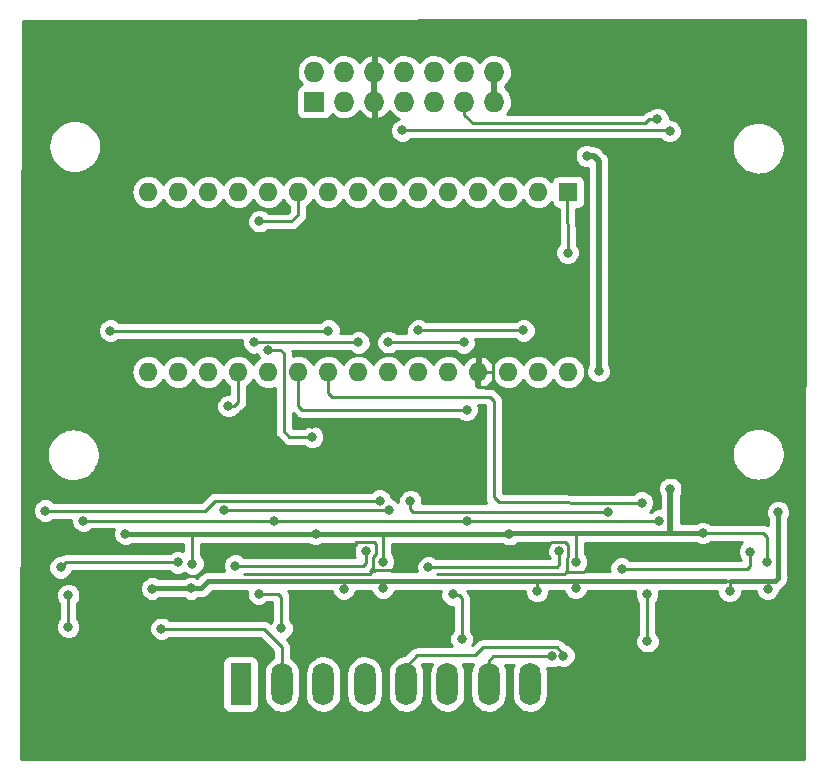
<source format=gbr>
G04 #@! TF.GenerationSoftware,KiCad,Pcbnew,5.99.0-unknown-c3175b4~86~ubuntu16.04.1*
G04 #@! TF.CreationDate,2019-12-02T17:51:54+01:00*
G04 #@! TF.ProjectId,OutAna,4f757441-6e61-42e6-9b69-6361645f7063,rev?*
G04 #@! TF.SameCoordinates,Original*
G04 #@! TF.FileFunction,Copper,L2,Bot*
G04 #@! TF.FilePolarity,Positive*
%FSLAX46Y46*%
G04 Gerber Fmt 4.6, Leading zero omitted, Abs format (unit mm)*
G04 Created by KiCad (PCBNEW 5.99.0-unknown-c3175b4~86~ubuntu16.04.1) date 2019-12-02 17:51:54*
%MOMM*%
%LPD*%
G04 APERTURE LIST*
%ADD10O,1.800000X3.600000*%
%ADD11R,1.800000X3.600000*%
%ADD12O,1.727200X1.727200*%
%ADD13R,1.727200X1.727200*%
%ADD14O,1.600000X1.600000*%
%ADD15R,1.600000X1.600000*%
%ADD16C,0.800000*%
%ADD17C,0.250000*%
%ADD18C,0.500000*%
%ADD19C,0.450000*%
%ADD20C,0.254000*%
G04 APERTURE END LIST*
D10*
X162340000Y-117620000D03*
X158840000Y-117620000D03*
X155340000Y-117620000D03*
X151840000Y-117620000D03*
X148340000Y-117620000D03*
X144840000Y-117620000D03*
X141340000Y-117620000D03*
D11*
X137840000Y-117620000D03*
D12*
X159320000Y-65770000D03*
X159320000Y-68310000D03*
X156780000Y-65770000D03*
X156780000Y-68310000D03*
X154240000Y-65770000D03*
X154240000Y-68310000D03*
X151700000Y-65770000D03*
X151700000Y-68310000D03*
X149160000Y-65770000D03*
X149160000Y-68310000D03*
X146620000Y-65770000D03*
X146620000Y-68310000D03*
X144080000Y-65770000D03*
D13*
X144080000Y-68310000D03*
D14*
X130030000Y-91180000D03*
X130030000Y-75940000D03*
X165590000Y-91180000D03*
X132570000Y-75940000D03*
X163050000Y-91180000D03*
X135110000Y-75940000D03*
X160510000Y-91180000D03*
X137650000Y-75940000D03*
X157970000Y-91180000D03*
X140190000Y-75940000D03*
X155430000Y-91180000D03*
X142730000Y-75940000D03*
X152890000Y-91180000D03*
X145270000Y-75940000D03*
X150350000Y-91180000D03*
X147810000Y-75940000D03*
X147810000Y-91180000D03*
X150350000Y-75940000D03*
X145270000Y-91180000D03*
X152890000Y-75940000D03*
X142730000Y-91180000D03*
X155430000Y-75940000D03*
X140190000Y-91180000D03*
X157970000Y-75940000D03*
X137650000Y-91180000D03*
X160510000Y-75940000D03*
X135110000Y-91180000D03*
X163050000Y-75940000D03*
X132570000Y-91180000D03*
D15*
X165590000Y-75940000D03*
D16*
X172280000Y-113990000D03*
X152210000Y-102120000D03*
X174220000Y-101090000D03*
X168160000Y-91120000D03*
X176125000Y-75605000D03*
X173130000Y-69790000D03*
X174160000Y-70800000D03*
X151520000Y-70740000D03*
X140630000Y-103770000D03*
X157040000Y-103780000D03*
X173300000Y-103780000D03*
X132530000Y-107310000D03*
X183350000Y-103060000D03*
X156560000Y-113810000D03*
X123240000Y-112780000D03*
X153740000Y-107730000D03*
X148450000Y-106370000D03*
X164840000Y-106360000D03*
X180970000Y-106400000D03*
X170100000Y-107840000D03*
X149880000Y-107240000D03*
X149900000Y-109470000D03*
X133760000Y-107410000D03*
X128070000Y-104870000D03*
X144190000Y-104920000D03*
X133650000Y-109510000D03*
X130350000Y-109530000D03*
X123250000Y-110080000D03*
X146580000Y-109530000D03*
X139380000Y-109950000D03*
X160590000Y-104930000D03*
X166250000Y-107280000D03*
X155790000Y-110020000D03*
X166230000Y-109460000D03*
X162940000Y-109740000D03*
X179240000Y-109740000D03*
X182450000Y-107320000D03*
X176970000Y-104820000D03*
X182460000Y-109550000D03*
X172250000Y-110010000D03*
X137390000Y-107590000D03*
X124520000Y-103770000D03*
X122600000Y-107730000D03*
X131130000Y-112930000D03*
X141300000Y-112870000D03*
X147828000Y-96520000D03*
X156970000Y-94400000D03*
X136410000Y-102910000D03*
X121290000Y-102930000D03*
X136810000Y-94080000D03*
X149630000Y-102090000D03*
X150390000Y-102880000D03*
X168980000Y-103020000D03*
X143870000Y-95570000D03*
X165180000Y-115200000D03*
X164180000Y-115260000D03*
X171810000Y-102250000D03*
X147810000Y-88690000D03*
X145270000Y-87690000D03*
X139010000Y-88690000D03*
X126800000Y-87690000D03*
X150350000Y-88670000D03*
X156720000Y-88680000D03*
X152890000Y-87670000D03*
X161780000Y-87670000D03*
X140190000Y-89320000D03*
X143890000Y-96690000D03*
X180100000Y-86440000D03*
X139425000Y-78425000D03*
X165525000Y-81100000D03*
X167150000Y-72900000D03*
D17*
X147608000Y-105630000D02*
X147320000Y-105918000D01*
X147660000Y-105630000D02*
X147608000Y-105630000D01*
X159220000Y-91120000D02*
X159220000Y-90480000D01*
X159220000Y-91120000D02*
X159220000Y-91920000D01*
X159160000Y-91180000D02*
X159220000Y-91120000D01*
X157970000Y-91180000D02*
X159160000Y-91180000D01*
X158550000Y-92490000D02*
X157970000Y-92500000D01*
D18*
X157970000Y-91180000D02*
X157970000Y-92400000D01*
D17*
X157970000Y-91180000D02*
X157970000Y-91220000D01*
X148790000Y-108300000D02*
X138100000Y-108300000D01*
X149090000Y-107980000D02*
X149090000Y-108000000D01*
X149090000Y-108000000D02*
X148790000Y-108300000D01*
X149090000Y-107980000D02*
X150680000Y-107980000D01*
X172250000Y-110010000D02*
X172280000Y-113990000D01*
X165450000Y-108100000D02*
X166960000Y-108100000D01*
X152470000Y-103020000D02*
X168980000Y-103020000D01*
X152220000Y-102770000D02*
X152470000Y-103020000D01*
X152210000Y-102120000D02*
X152220000Y-102770000D01*
D18*
X149160000Y-65770000D02*
X149160000Y-68310000D01*
D17*
X156780000Y-68310000D02*
X156780000Y-69410000D01*
X156780000Y-69410000D02*
X157480000Y-70110000D01*
X157480000Y-70110000D02*
X172100000Y-70110000D01*
X172100000Y-70110000D02*
X172420000Y-69790000D01*
X172420000Y-69790000D02*
X173130000Y-69790000D01*
X168560000Y-71520000D02*
X167540000Y-71520000D01*
D19*
X176970000Y-104820000D02*
X174240000Y-104820000D01*
X174240000Y-104820000D02*
X172490000Y-104820000D01*
X172490000Y-104820000D02*
X166340000Y-104820000D01*
D17*
X151520000Y-70740000D02*
X172610000Y-70740000D01*
X172610000Y-70740000D02*
X172830000Y-70740000D01*
X174160000Y-70800000D02*
X174100000Y-70740000D01*
X174100000Y-70740000D02*
X172610000Y-70740000D01*
D18*
X159320000Y-65770000D02*
X159320000Y-68310000D01*
D17*
X149160000Y-104930000D02*
X149150000Y-104920000D01*
X156560000Y-110320000D02*
X156310000Y-110070000D01*
X156310000Y-110070000D02*
X155790000Y-110070000D01*
X156560000Y-113810000D02*
X156560000Y-110320000D01*
X123250000Y-110080000D02*
X123240000Y-112780000D01*
X164840000Y-107490000D02*
X164840000Y-106360000D01*
X153740000Y-107730000D02*
X164600000Y-107730000D01*
X164600000Y-107730000D02*
X164840000Y-107490000D01*
X180970000Y-107590000D02*
X180720000Y-107840000D01*
X180720000Y-107840000D02*
X170100000Y-107840000D01*
X180970000Y-106400000D02*
X180970000Y-107590000D01*
D19*
X149460000Y-104920000D02*
X149150000Y-104920000D01*
X149150000Y-104920000D02*
X144190000Y-104920000D01*
D17*
X149740000Y-109370000D02*
X149740000Y-109250000D01*
X160640000Y-104880000D02*
X160590000Y-104930000D01*
X162980000Y-109540000D02*
X162990000Y-109550000D01*
X160700000Y-104820000D02*
X160590000Y-104930000D01*
X182450000Y-107320000D02*
X182450000Y-105180000D01*
X182090000Y-104820000D02*
X181260000Y-104820000D01*
X182450000Y-105180000D02*
X182090000Y-104820000D01*
X181260000Y-104820000D02*
X181540000Y-104820000D01*
X176970000Y-104820000D02*
X181260000Y-104820000D01*
X182260000Y-109750000D02*
X182460000Y-109550000D01*
X179240000Y-109740000D02*
X179250000Y-109750000D01*
D19*
X166410000Y-108880000D02*
X178890000Y-108880000D01*
D17*
X182460000Y-109550000D02*
X182460000Y-108880000D01*
X179240000Y-108970000D02*
X179330000Y-108880000D01*
X179240000Y-109740000D02*
X179240000Y-108970000D01*
D19*
X179330000Y-108880000D02*
X182460000Y-108880000D01*
D17*
X178890000Y-108880000D02*
X179330000Y-108880000D01*
X162980000Y-108940000D02*
X163040000Y-108880000D01*
D19*
X165800000Y-108880000D02*
X163040000Y-108880000D01*
D17*
X162940000Y-109740000D02*
X162940000Y-109000000D01*
X162940000Y-109000000D02*
X162820000Y-108880000D01*
D19*
X163040000Y-108880000D02*
X162820000Y-108880000D01*
D17*
X166250000Y-104910000D02*
X166340000Y-104820000D01*
X166250000Y-107280000D02*
X166250000Y-104910000D01*
D19*
X166340000Y-104820000D02*
X160700000Y-104820000D01*
D17*
X166230000Y-108980000D02*
X166330000Y-108880000D01*
X166230000Y-109460000D02*
X166230000Y-108980000D01*
D19*
X166330000Y-108880000D02*
X165800000Y-108880000D01*
D17*
X166410000Y-108880000D02*
X166330000Y-108880000D01*
D19*
X183370000Y-108600000D02*
X183370000Y-103080000D01*
D17*
X183370000Y-103080000D02*
X183350000Y-103060000D01*
D19*
X183090000Y-108880000D02*
X183370000Y-108600000D01*
X182460000Y-108880000D02*
X183090000Y-108880000D01*
D17*
X173300000Y-103780000D02*
X157040000Y-103780000D01*
X140640000Y-103780000D02*
X140630000Y-103770000D01*
X157040000Y-103780000D02*
X140640000Y-103780000D01*
X137390000Y-107590000D02*
X148190000Y-107590000D01*
X148450000Y-107330000D02*
X148450000Y-106370000D01*
X148190000Y-107590000D02*
X148450000Y-107330000D01*
X149900000Y-108960000D02*
X149980000Y-108880000D01*
X149900000Y-109470000D02*
X149900000Y-108960000D01*
D19*
X162820000Y-108880000D02*
X149980000Y-108880000D01*
D17*
X146570000Y-108940000D02*
X146630000Y-108880000D01*
X149880000Y-104940000D02*
X149870000Y-104930000D01*
D19*
X149870000Y-104930000D02*
X149160000Y-104930000D01*
D17*
X149880000Y-107240000D02*
X149880000Y-104940000D01*
D19*
X160590000Y-104930000D02*
X149870000Y-104930000D01*
D17*
X146570000Y-109520000D02*
X146580000Y-109530000D01*
X146570000Y-108940000D02*
X146570000Y-109520000D01*
X140630000Y-103770000D02*
X124520000Y-103770000D01*
X128120000Y-104920000D02*
X128070000Y-104870000D01*
X139380000Y-109950000D02*
X140990000Y-109950000D01*
X141300000Y-110260000D02*
X141300000Y-112870000D01*
X140990000Y-109950000D02*
X141300000Y-110260000D01*
X141340000Y-114480000D02*
X139790000Y-112930000D01*
X141340000Y-117620000D02*
X141340000Y-114480000D01*
X131130000Y-112930000D02*
X139790000Y-112930000D01*
X144140000Y-104870000D02*
X144190000Y-104920000D01*
X132530000Y-107310000D02*
X130760000Y-107310000D01*
X130760000Y-107310000D02*
X130755000Y-107315000D01*
X130350000Y-109530000D02*
X130350000Y-109280000D01*
X123020000Y-107310000D02*
X122600000Y-107730000D01*
X130760000Y-107310000D02*
X123020000Y-107310000D01*
X133760000Y-104960000D02*
X133850000Y-104870000D01*
X133760000Y-107410000D02*
X133760000Y-104960000D01*
D19*
X133850000Y-104870000D02*
X144140000Y-104870000D01*
X128070000Y-104870000D02*
X133850000Y-104870000D01*
D17*
X130370000Y-109510000D02*
X130350000Y-109530000D01*
D19*
X133650000Y-109510000D02*
X130370000Y-109510000D01*
X133650000Y-109510000D02*
X134490000Y-109510000D01*
X135120000Y-108880000D02*
X146770000Y-108880000D01*
X134490000Y-109510000D02*
X135120000Y-108880000D01*
D17*
X146770000Y-108880000D02*
X146630000Y-108880000D01*
D19*
X149980000Y-108880000D02*
X146770000Y-108880000D01*
D17*
X149090000Y-107980000D02*
X149090000Y-106820000D01*
X149090000Y-106820000D02*
X149330000Y-106580000D01*
X149330000Y-106580000D02*
X149330000Y-105780000D01*
X149330000Y-105780000D02*
X149180000Y-105630000D01*
X149180000Y-105630000D02*
X147660000Y-105630000D01*
X151920000Y-107860000D02*
X151920000Y-107560000D01*
X164090000Y-105600000D02*
X165350000Y-105600000D01*
X165350000Y-105600000D02*
X165600000Y-105850000D01*
X165600000Y-105850000D02*
X165600000Y-106830000D01*
X165600000Y-106830000D02*
X165450000Y-106980000D01*
X165450000Y-106980000D02*
X165450000Y-108100000D01*
X165450000Y-108100000D02*
X165250000Y-108300000D01*
X165250000Y-108300000D02*
X154470000Y-108300000D01*
X168360000Y-108040000D02*
X168360000Y-107500000D01*
X168360000Y-107500000D02*
X168360000Y-107350000D01*
X137650000Y-91180000D02*
X137650000Y-93710000D01*
X137280000Y-94080000D02*
X136810000Y-94080000D01*
X137650000Y-93710000D02*
X137280000Y-94080000D01*
X142730000Y-94090000D02*
X142730000Y-91180000D01*
X149620000Y-102100000D02*
X149630000Y-102090000D01*
X135670000Y-102100000D02*
X149620000Y-102100000D01*
X134840000Y-102930000D02*
X135670000Y-102100000D01*
X121290000Y-102930000D02*
X134840000Y-102930000D01*
X136440000Y-102880000D02*
X136410000Y-102910000D01*
X150390000Y-102880000D02*
X136440000Y-102880000D01*
X151840000Y-117620000D02*
X151840000Y-116130000D01*
X165160000Y-115180000D02*
X165180000Y-115200000D01*
X158840000Y-117620000D02*
X158840000Y-115660000D01*
X158840000Y-115660000D02*
X159240000Y-115260000D01*
X159240000Y-115260000D02*
X164180000Y-115260000D01*
X165180000Y-115200000D02*
X165180000Y-115040000D01*
X165180000Y-115040000D02*
X164650000Y-114510000D01*
X164650000Y-114510000D02*
X158330000Y-114510000D01*
X158330000Y-114510000D02*
X157660000Y-115180000D01*
X151840000Y-116130000D02*
X152790000Y-115180000D01*
X157660000Y-115180000D02*
X152790000Y-115180000D01*
X147810000Y-88690000D02*
X139010000Y-88690000D01*
X145270000Y-87690000D02*
X126800000Y-87690000D01*
X156710000Y-88670000D02*
X150350000Y-88670000D01*
X156720000Y-88680000D02*
X156710000Y-88670000D01*
X152890000Y-87670000D02*
X161780000Y-87670000D01*
X145270000Y-93000000D02*
X145270000Y-91180000D01*
X145540000Y-93270000D02*
X145270000Y-93000000D01*
X171810000Y-102250000D02*
X159710000Y-102240000D01*
X159710000Y-102240000D02*
X159260000Y-101790000D01*
X158920000Y-93270000D02*
X145540000Y-93270000D01*
X159260000Y-101790000D02*
X159260000Y-93610000D01*
X159260000Y-93610000D02*
X158920000Y-93270000D01*
D18*
X174220000Y-101090000D02*
X174220000Y-104770000D01*
D17*
X165550000Y-75980000D02*
X165590000Y-75940000D01*
X141950000Y-96690000D02*
X141480000Y-96220000D01*
X143890000Y-96690000D02*
X141950000Y-96690000D01*
X140190000Y-89320000D02*
X141200000Y-89320000D01*
X141480000Y-89600000D02*
X141480000Y-96220000D01*
X141200000Y-89320000D02*
X141480000Y-89600000D01*
X143040000Y-94400000D02*
X142990000Y-94350000D01*
X156970000Y-94400000D02*
X143040000Y-94400000D01*
X142990000Y-94350000D02*
X142730000Y-94090000D01*
X142150000Y-78450000D02*
X142730000Y-77870000D01*
X142730000Y-77870000D02*
X142730000Y-75940000D01*
X139450000Y-78450000D02*
X139425000Y-78425000D01*
X142150000Y-78450000D02*
X139450000Y-78450000D01*
X165520000Y-76010000D02*
X165590000Y-75940000D01*
X165525000Y-81100000D02*
X165520000Y-76010000D01*
D18*
X167750000Y-72900000D02*
X168160000Y-73310000D01*
X167150000Y-72900000D02*
X167750000Y-72900000D01*
X168160000Y-73310000D02*
X168160000Y-91120000D01*
D20*
G36*
X185546695Y-123956000D02*
G01*
X119265393Y-123956000D01*
X119283277Y-115808976D01*
X136298163Y-115808976D01*
X136298163Y-119436588D01*
X136378795Y-119737512D01*
X136526185Y-119913165D01*
X136719814Y-120024956D01*
X136928976Y-120061837D01*
X138756588Y-120061837D01*
X139057512Y-119981205D01*
X139233165Y-119833815D01*
X139344956Y-119640186D01*
X139381837Y-119431024D01*
X139381837Y-115803412D01*
X139301205Y-115502489D01*
X139153815Y-115326835D01*
X138960186Y-115215044D01*
X138751024Y-115178163D01*
X136923412Y-115178163D01*
X136622489Y-115258795D01*
X136446835Y-115406185D01*
X136335044Y-115599814D01*
X136298163Y-115808976D01*
X119283277Y-115808976D01*
X119290226Y-112643872D01*
X122206000Y-112643872D01*
X122206000Y-112916128D01*
X122276466Y-113179109D01*
X122412594Y-113414891D01*
X122605109Y-113607406D01*
X122840891Y-113743534D01*
X123103872Y-113814000D01*
X123376128Y-113814000D01*
X123639109Y-113743534D01*
X123874891Y-113607406D01*
X124067406Y-113414891D01*
X124203534Y-113179109D01*
X124274000Y-112916128D01*
X124274000Y-112643872D01*
X124203534Y-112380891D01*
X124067406Y-112145109D01*
X124001600Y-112079304D01*
X124006391Y-110785906D01*
X124077406Y-110714891D01*
X124213534Y-110479109D01*
X124284000Y-110216128D01*
X124284000Y-109943872D01*
X124213534Y-109680891D01*
X124077406Y-109445109D01*
X123884891Y-109252594D01*
X123649109Y-109116466D01*
X123386128Y-109046000D01*
X123113872Y-109046000D01*
X122850891Y-109116466D01*
X122615109Y-109252594D01*
X122422594Y-109445109D01*
X122286466Y-109680891D01*
X122216000Y-109943872D01*
X122216000Y-110216128D01*
X122286466Y-110479109D01*
X122422594Y-110714891D01*
X122488400Y-110780696D01*
X122483609Y-112074094D01*
X122412594Y-112145109D01*
X122276466Y-112380891D01*
X122206000Y-112643872D01*
X119290226Y-112643872D01*
X119311851Y-102793872D01*
X120256000Y-102793872D01*
X120256000Y-103066128D01*
X120326466Y-103329109D01*
X120462594Y-103564891D01*
X120655109Y-103757406D01*
X120890891Y-103893534D01*
X121153872Y-103964000D01*
X121426128Y-103964000D01*
X121689109Y-103893534D01*
X121924891Y-103757406D01*
X121993296Y-103689000D01*
X123486000Y-103689000D01*
X123486000Y-103906128D01*
X123556466Y-104169109D01*
X123692594Y-104404891D01*
X123885109Y-104597406D01*
X124120891Y-104733534D01*
X124383872Y-104804000D01*
X124656128Y-104804000D01*
X124919109Y-104733534D01*
X125154891Y-104597406D01*
X125223296Y-104529000D01*
X127090896Y-104529000D01*
X127036000Y-104733872D01*
X127036000Y-105006128D01*
X127106466Y-105269109D01*
X127242594Y-105504891D01*
X127435109Y-105697406D01*
X127670891Y-105833534D01*
X127933872Y-105904000D01*
X128206128Y-105904000D01*
X128469109Y-105833534D01*
X128650168Y-105729000D01*
X133001001Y-105729000D01*
X133001000Y-106387972D01*
X132929109Y-106346466D01*
X132666128Y-106276000D01*
X132393872Y-106276000D01*
X132130891Y-106346466D01*
X131895109Y-106482594D01*
X131826704Y-106551000D01*
X122899786Y-106551000D01*
X122842265Y-106569690D01*
X122782533Y-106579150D01*
X122728642Y-106606608D01*
X122671125Y-106625297D01*
X122622195Y-106660847D01*
X122568310Y-106688302D01*
X122560612Y-106696000D01*
X122463872Y-106696000D01*
X122200891Y-106766466D01*
X121965109Y-106902594D01*
X121772594Y-107095109D01*
X121636466Y-107330891D01*
X121566000Y-107593872D01*
X121566000Y-107866128D01*
X121636466Y-108129109D01*
X121772594Y-108364891D01*
X121965109Y-108557406D01*
X122200891Y-108693534D01*
X122463872Y-108764000D01*
X122736128Y-108764000D01*
X122999109Y-108693534D01*
X123234891Y-108557406D01*
X123427406Y-108364891D01*
X123563534Y-108129109D01*
X123579640Y-108069000D01*
X130619401Y-108069000D01*
X130634786Y-108073999D01*
X130875214Y-108073999D01*
X130890599Y-108069000D01*
X131826704Y-108069000D01*
X131895109Y-108137406D01*
X132130891Y-108273534D01*
X132393872Y-108344000D01*
X132666128Y-108344000D01*
X132929109Y-108273534D01*
X133076273Y-108188569D01*
X133125109Y-108237406D01*
X133360891Y-108373534D01*
X133623872Y-108444000D01*
X133896128Y-108444000D01*
X134159109Y-108373534D01*
X134394891Y-108237406D01*
X134587406Y-108044891D01*
X134723534Y-107809109D01*
X134794000Y-107546128D01*
X134794000Y-107273872D01*
X134723534Y-107010891D01*
X134587406Y-106775109D01*
X134519000Y-106706704D01*
X134519000Y-105729000D01*
X143536703Y-105729000D01*
X143555109Y-105747406D01*
X143790891Y-105883534D01*
X144053872Y-105954000D01*
X144326128Y-105954000D01*
X144589109Y-105883534D01*
X144770168Y-105779000D01*
X147597254Y-105779000D01*
X147486466Y-105970891D01*
X147416000Y-106233872D01*
X147416000Y-106506128D01*
X147486466Y-106769109D01*
X147522199Y-106831000D01*
X138093296Y-106831000D01*
X138024891Y-106762594D01*
X137789109Y-106626466D01*
X137526128Y-106556000D01*
X137253872Y-106556000D01*
X136990891Y-106626466D01*
X136755109Y-106762594D01*
X136562594Y-106955109D01*
X136426466Y-107190891D01*
X136356000Y-107453872D01*
X136356000Y-107726128D01*
X136426466Y-107989109D01*
X136444878Y-108021000D01*
X135216231Y-108021000D01*
X135189599Y-108014974D01*
X135092455Y-108021000D01*
X135058395Y-108021000D01*
X135032371Y-108024727D01*
X134944018Y-108030208D01*
X134911083Y-108042097D01*
X134876431Y-108047060D01*
X134795852Y-108083698D01*
X134712213Y-108113892D01*
X134684754Y-108134210D01*
X134652442Y-108148901D01*
X134576686Y-108214177D01*
X134554877Y-108230314D01*
X134535698Y-108249494D01*
X134466040Y-108309515D01*
X134448289Y-108336902D01*
X134169321Y-108615870D01*
X134049109Y-108546466D01*
X133786128Y-108476000D01*
X133513872Y-108476000D01*
X133250891Y-108546466D01*
X133069832Y-108651000D01*
X130895527Y-108651000D01*
X130749109Y-108566466D01*
X130486128Y-108496000D01*
X130213872Y-108496000D01*
X129950891Y-108566466D01*
X129715109Y-108702594D01*
X129522594Y-108895109D01*
X129386466Y-109130891D01*
X129316000Y-109393872D01*
X129316000Y-109666128D01*
X129386466Y-109929109D01*
X129522594Y-110164891D01*
X129715109Y-110357406D01*
X129950891Y-110493534D01*
X130213872Y-110564000D01*
X130486128Y-110564000D01*
X130749109Y-110493534D01*
X130964809Y-110369000D01*
X133069832Y-110369000D01*
X133250891Y-110473534D01*
X133513872Y-110544000D01*
X133786128Y-110544000D01*
X134049109Y-110473534D01*
X134230168Y-110369000D01*
X134393769Y-110369000D01*
X134420403Y-110375027D01*
X134517541Y-110369000D01*
X134551605Y-110369000D01*
X134577634Y-110365272D01*
X134665982Y-110359791D01*
X134698912Y-110347904D01*
X134733570Y-110342940D01*
X134814154Y-110306301D01*
X134897787Y-110276108D01*
X134925246Y-110255790D01*
X134957558Y-110241099D01*
X135033314Y-110175823D01*
X135055123Y-110159686D01*
X135074308Y-110140500D01*
X135143960Y-110080486D01*
X135161711Y-110053098D01*
X135475810Y-109739000D01*
X138366062Y-109739000D01*
X138346000Y-109813872D01*
X138346000Y-110086128D01*
X138416466Y-110349109D01*
X138552594Y-110584891D01*
X138745109Y-110777406D01*
X138980891Y-110913534D01*
X139243872Y-110984000D01*
X139516128Y-110984000D01*
X139779109Y-110913534D01*
X140014891Y-110777406D01*
X140083296Y-110709000D01*
X140541000Y-110709000D01*
X140541001Y-112166703D01*
X140472594Y-112235109D01*
X140361287Y-112427899D01*
X140241690Y-112308303D01*
X140187801Y-112280844D01*
X140138873Y-112245296D01*
X140081359Y-112226610D01*
X140027468Y-112199150D01*
X139967726Y-112189688D01*
X139910213Y-112171001D01*
X139850250Y-112171001D01*
X139850244Y-112171000D01*
X131833296Y-112171000D01*
X131764891Y-112102594D01*
X131529109Y-111966466D01*
X131266128Y-111896000D01*
X130993872Y-111896000D01*
X130730891Y-111966466D01*
X130495109Y-112102594D01*
X130302594Y-112295109D01*
X130166466Y-112530891D01*
X130096000Y-112793872D01*
X130096000Y-113066128D01*
X130166466Y-113329109D01*
X130302594Y-113564891D01*
X130495109Y-113757406D01*
X130730891Y-113893534D01*
X130993872Y-113964000D01*
X131266128Y-113964000D01*
X131529109Y-113893534D01*
X131764891Y-113757406D01*
X131833296Y-113689000D01*
X139475614Y-113689000D01*
X140581001Y-114794388D01*
X140581001Y-115386200D01*
X140432907Y-115476065D01*
X140236286Y-115646686D01*
X140071223Y-115847994D01*
X139942438Y-116074236D01*
X139852591Y-116321760D01*
X139806000Y-116673283D01*
X139806000Y-118585324D01*
X139822468Y-118779397D01*
X139887869Y-119031377D01*
X139994791Y-119268734D01*
X140140177Y-119484684D01*
X140319869Y-119673050D01*
X140528730Y-119828446D01*
X140760787Y-119946430D01*
X141009407Y-120023629D01*
X141267478Y-120057833D01*
X141527623Y-120048067D01*
X141782404Y-119994608D01*
X142024535Y-119898986D01*
X142247093Y-119763935D01*
X142443714Y-119593316D01*
X142608777Y-119392007D01*
X142737562Y-119165765D01*
X142827409Y-118918241D01*
X142874000Y-118566718D01*
X142874000Y-116673283D01*
X143306000Y-116673283D01*
X143306000Y-118585324D01*
X143322468Y-118779397D01*
X143387869Y-119031377D01*
X143494791Y-119268734D01*
X143640177Y-119484684D01*
X143819869Y-119673050D01*
X144028730Y-119828446D01*
X144260787Y-119946430D01*
X144509407Y-120023629D01*
X144767478Y-120057833D01*
X145027623Y-120048067D01*
X145282404Y-119994608D01*
X145524535Y-119898986D01*
X145747093Y-119763935D01*
X145943714Y-119593316D01*
X146108777Y-119392007D01*
X146237562Y-119165765D01*
X146327409Y-118918241D01*
X146374000Y-118566718D01*
X146374000Y-116673283D01*
X146806000Y-116673283D01*
X146806000Y-118585324D01*
X146822468Y-118779397D01*
X146887869Y-119031377D01*
X146994791Y-119268734D01*
X147140177Y-119484684D01*
X147319869Y-119673050D01*
X147528730Y-119828446D01*
X147760787Y-119946430D01*
X148009407Y-120023629D01*
X148267478Y-120057833D01*
X148527623Y-120048067D01*
X148782404Y-119994608D01*
X149024535Y-119898986D01*
X149247093Y-119763935D01*
X149443714Y-119593316D01*
X149608777Y-119392007D01*
X149737562Y-119165765D01*
X149827409Y-118918241D01*
X149874000Y-118566718D01*
X149874000Y-116654676D01*
X149857533Y-116460603D01*
X149792132Y-116208623D01*
X149685210Y-115971266D01*
X149539824Y-115755316D01*
X149360131Y-115566950D01*
X149151270Y-115411554D01*
X148919213Y-115293570D01*
X148670593Y-115216371D01*
X148412522Y-115182167D01*
X148152377Y-115191933D01*
X147897596Y-115245392D01*
X147655465Y-115341014D01*
X147432907Y-115476066D01*
X147236286Y-115646686D01*
X147071223Y-115847994D01*
X146942438Y-116074236D01*
X146852591Y-116321760D01*
X146806000Y-116673283D01*
X146374000Y-116673283D01*
X146374000Y-116654676D01*
X146357533Y-116460603D01*
X146292132Y-116208623D01*
X146185210Y-115971266D01*
X146039824Y-115755316D01*
X145860131Y-115566950D01*
X145651270Y-115411554D01*
X145419213Y-115293570D01*
X145170593Y-115216371D01*
X144912522Y-115182167D01*
X144652377Y-115191933D01*
X144397596Y-115245392D01*
X144155465Y-115341014D01*
X143932907Y-115476066D01*
X143736286Y-115646686D01*
X143571223Y-115847994D01*
X143442438Y-116074236D01*
X143352591Y-116321760D01*
X143306000Y-116673283D01*
X142874000Y-116673283D01*
X142874000Y-116654676D01*
X142857533Y-116460603D01*
X142792132Y-116208623D01*
X142685210Y-115971266D01*
X142539824Y-115755316D01*
X142360131Y-115566950D01*
X142151270Y-115411554D01*
X142099000Y-115384978D01*
X142099000Y-114419756D01*
X142098999Y-114419750D01*
X142098999Y-114359786D01*
X142080312Y-114302275D01*
X142070850Y-114242532D01*
X142043391Y-114188642D01*
X142024703Y-114131125D01*
X141989154Y-114082196D01*
X141961698Y-114028310D01*
X141742100Y-113808713D01*
X141934891Y-113697406D01*
X142127406Y-113504891D01*
X142263534Y-113269109D01*
X142334000Y-113006128D01*
X142334000Y-112733872D01*
X142263534Y-112470891D01*
X142127406Y-112235109D01*
X142059000Y-112166704D01*
X142059000Y-110199756D01*
X142058999Y-110199750D01*
X142058999Y-110139786D01*
X142040312Y-110082275D01*
X142030850Y-110022532D01*
X142003391Y-109968642D01*
X141984703Y-109911125D01*
X141949155Y-109862198D01*
X141921697Y-109808309D01*
X141852388Y-109739000D01*
X145565526Y-109739000D01*
X145616466Y-109929109D01*
X145752594Y-110164891D01*
X145945109Y-110357406D01*
X146180891Y-110493534D01*
X146443872Y-110564000D01*
X146716128Y-110564000D01*
X146979109Y-110493534D01*
X147214891Y-110357406D01*
X147407406Y-110164891D01*
X147543534Y-109929109D01*
X147594474Y-109739000D01*
X148901603Y-109739000D01*
X148936466Y-109869109D01*
X149072594Y-110104891D01*
X149265109Y-110297406D01*
X149500891Y-110433534D01*
X149763872Y-110504000D01*
X150036128Y-110504000D01*
X150299109Y-110433534D01*
X150534891Y-110297406D01*
X150727406Y-110104891D01*
X150863534Y-109869109D01*
X150898397Y-109739000D01*
X154794819Y-109739000D01*
X154756000Y-109883872D01*
X154756000Y-110156128D01*
X154826466Y-110419109D01*
X154962594Y-110654891D01*
X155155109Y-110847406D01*
X155390891Y-110983534D01*
X155653872Y-111054000D01*
X155801001Y-111054000D01*
X155801000Y-113106704D01*
X155732594Y-113175109D01*
X155596466Y-113410891D01*
X155526000Y-113673872D01*
X155526000Y-113946128D01*
X155596466Y-114209109D01*
X155718801Y-114421000D01*
X152729756Y-114421000D01*
X152729750Y-114421001D01*
X152669786Y-114421001D01*
X152612275Y-114439688D01*
X152552532Y-114449150D01*
X152498642Y-114476609D01*
X152441125Y-114495297D01*
X152392196Y-114530846D01*
X152338310Y-114558302D01*
X151706720Y-115189893D01*
X151652377Y-115191933D01*
X151397596Y-115245392D01*
X151155465Y-115341014D01*
X150932907Y-115476066D01*
X150736286Y-115646686D01*
X150571223Y-115847994D01*
X150442438Y-116074236D01*
X150352591Y-116321760D01*
X150306000Y-116673283D01*
X150306000Y-118585324D01*
X150322468Y-118779397D01*
X150387869Y-119031377D01*
X150494791Y-119268734D01*
X150640177Y-119484684D01*
X150819869Y-119673050D01*
X151028730Y-119828446D01*
X151260787Y-119946430D01*
X151509407Y-120023629D01*
X151767478Y-120057833D01*
X152027623Y-120048067D01*
X152282404Y-119994608D01*
X152524535Y-119898986D01*
X152747093Y-119763935D01*
X152943714Y-119593316D01*
X153108777Y-119392007D01*
X153237562Y-119165765D01*
X153327409Y-118918241D01*
X153374000Y-118566718D01*
X153374000Y-116654676D01*
X153357533Y-116460603D01*
X153292132Y-116208623D01*
X153185210Y-115971265D01*
X153163488Y-115939000D01*
X154019419Y-115939000D01*
X153942438Y-116074236D01*
X153852591Y-116321760D01*
X153806000Y-116673283D01*
X153806000Y-118585324D01*
X153822468Y-118779397D01*
X153887869Y-119031377D01*
X153994791Y-119268734D01*
X154140177Y-119484684D01*
X154319869Y-119673050D01*
X154528730Y-119828446D01*
X154760787Y-119946430D01*
X155009407Y-120023629D01*
X155267478Y-120057833D01*
X155527623Y-120048067D01*
X155782404Y-119994608D01*
X156024535Y-119898986D01*
X156247093Y-119763935D01*
X156443714Y-119593316D01*
X156608777Y-119392007D01*
X156737562Y-119165765D01*
X156827409Y-118918241D01*
X156874000Y-118566718D01*
X156874000Y-116654676D01*
X156857533Y-116460603D01*
X156792132Y-116208623D01*
X156685210Y-115971266D01*
X156663487Y-115939000D01*
X157519419Y-115939000D01*
X157442438Y-116074236D01*
X157352591Y-116321760D01*
X157306000Y-116673283D01*
X157306000Y-118585324D01*
X157322468Y-118779397D01*
X157387869Y-119031377D01*
X157494791Y-119268734D01*
X157640177Y-119484684D01*
X157819869Y-119673050D01*
X158028730Y-119828446D01*
X158260787Y-119946430D01*
X158509407Y-120023629D01*
X158767478Y-120057833D01*
X159027623Y-120048067D01*
X159282404Y-119994608D01*
X159524535Y-119898986D01*
X159747093Y-119763935D01*
X159943714Y-119593316D01*
X160108777Y-119392007D01*
X160237562Y-119165765D01*
X160327409Y-118918241D01*
X160374000Y-118566718D01*
X160374000Y-116654676D01*
X160357533Y-116460603D01*
X160292132Y-116208623D01*
X160206713Y-116019000D01*
X160973880Y-116019000D01*
X160942438Y-116074236D01*
X160852591Y-116321760D01*
X160806000Y-116673283D01*
X160806000Y-118585324D01*
X160822468Y-118779397D01*
X160887869Y-119031377D01*
X160994791Y-119268734D01*
X161140177Y-119484684D01*
X161319869Y-119673050D01*
X161528730Y-119828446D01*
X161760787Y-119946430D01*
X162009407Y-120023629D01*
X162267478Y-120057833D01*
X162527623Y-120048067D01*
X162782404Y-119994608D01*
X163024535Y-119898986D01*
X163247093Y-119763935D01*
X163443714Y-119593316D01*
X163608777Y-119392007D01*
X163737562Y-119165765D01*
X163827409Y-118918241D01*
X163874000Y-118566718D01*
X163874000Y-116654676D01*
X163857533Y-116460603D01*
X163797132Y-116227886D01*
X164043872Y-116294000D01*
X164316128Y-116294000D01*
X164579109Y-116223534D01*
X164731962Y-116135285D01*
X164780891Y-116163534D01*
X165043872Y-116234000D01*
X165316128Y-116234000D01*
X165579109Y-116163534D01*
X165814891Y-116027406D01*
X166007406Y-115834891D01*
X166143534Y-115599109D01*
X166214000Y-115336128D01*
X166214000Y-115063872D01*
X166143534Y-114800891D01*
X166007406Y-114565109D01*
X165814891Y-114372594D01*
X165579109Y-114236466D01*
X165402540Y-114189154D01*
X165272047Y-114058661D01*
X165272045Y-114058657D01*
X165101690Y-113888303D01*
X165047801Y-113860844D01*
X164998873Y-113825296D01*
X164941359Y-113806610D01*
X164887468Y-113779150D01*
X164827726Y-113769688D01*
X164770213Y-113751001D01*
X164710250Y-113751001D01*
X164710244Y-113751000D01*
X158269756Y-113751000D01*
X158269750Y-113751001D01*
X158209786Y-113751001D01*
X158152275Y-113769688D01*
X158092532Y-113779150D01*
X158038642Y-113806609D01*
X157981125Y-113825297D01*
X157932196Y-113860846D01*
X157878310Y-113888302D01*
X157828531Y-113938082D01*
X157477130Y-114289484D01*
X157523534Y-114209109D01*
X157594000Y-113946128D01*
X157594000Y-113673872D01*
X157523534Y-113410891D01*
X157387406Y-113175109D01*
X157319000Y-113106704D01*
X157319000Y-110259756D01*
X157318999Y-110259750D01*
X157318999Y-110199786D01*
X157300312Y-110142274D01*
X157290850Y-110082532D01*
X157263390Y-110028641D01*
X157244704Y-109971127D01*
X157209156Y-109922199D01*
X157181697Y-109868310D01*
X157052388Y-109739000D01*
X161906000Y-109739000D01*
X161906000Y-109876128D01*
X161976466Y-110139109D01*
X162112594Y-110374891D01*
X162305109Y-110567406D01*
X162540891Y-110703534D01*
X162803872Y-110774000D01*
X163076128Y-110774000D01*
X163339109Y-110703534D01*
X163574891Y-110567406D01*
X163767406Y-110374891D01*
X163903534Y-110139109D01*
X163974000Y-109876128D01*
X163974000Y-109739000D01*
X165234283Y-109739000D01*
X165266466Y-109859109D01*
X165402594Y-110094891D01*
X165595109Y-110287406D01*
X165830891Y-110423534D01*
X166093872Y-110494000D01*
X166366128Y-110494000D01*
X166629109Y-110423534D01*
X166864891Y-110287406D01*
X167057406Y-110094891D01*
X167193534Y-109859109D01*
X167225717Y-109739000D01*
X171252139Y-109739000D01*
X171216000Y-109873872D01*
X171216000Y-110146128D01*
X171286466Y-110409109D01*
X171422594Y-110644891D01*
X171496321Y-110718618D01*
X171515718Y-113291985D01*
X171452594Y-113355109D01*
X171316466Y-113590891D01*
X171246000Y-113853872D01*
X171246000Y-114126128D01*
X171316466Y-114389109D01*
X171452594Y-114624891D01*
X171645109Y-114817406D01*
X171880891Y-114953534D01*
X172143872Y-115024000D01*
X172416128Y-115024000D01*
X172679109Y-114953534D01*
X172914891Y-114817406D01*
X173107406Y-114624891D01*
X173243534Y-114389109D01*
X173314000Y-114126128D01*
X173314000Y-113853872D01*
X173243534Y-113590891D01*
X173107406Y-113355109D01*
X173033679Y-113281382D01*
X173014282Y-110708015D01*
X173077406Y-110644891D01*
X173213534Y-110409109D01*
X173284000Y-110146128D01*
X173284000Y-109873872D01*
X173247861Y-109739000D01*
X178206000Y-109739000D01*
X178206000Y-109876128D01*
X178276466Y-110139109D01*
X178412594Y-110374891D01*
X178605109Y-110567406D01*
X178840891Y-110703534D01*
X179103872Y-110774000D01*
X179376128Y-110774000D01*
X179639109Y-110703534D01*
X179874891Y-110567406D01*
X180067406Y-110374891D01*
X180203534Y-110139109D01*
X180274000Y-109876128D01*
X180274000Y-109739000D01*
X181440167Y-109739000D01*
X181496466Y-109949109D01*
X181565470Y-110068628D01*
X181575297Y-110098874D01*
X181612479Y-110150050D01*
X181632594Y-110184891D01*
X181651602Y-110203899D01*
X181716617Y-110293383D01*
X181806101Y-110358398D01*
X181825109Y-110377406D01*
X181859950Y-110397521D01*
X181911126Y-110434703D01*
X181941372Y-110444530D01*
X182060891Y-110513534D01*
X182323872Y-110584000D01*
X182596128Y-110584000D01*
X182859109Y-110513534D01*
X183094891Y-110377406D01*
X183287406Y-110184891D01*
X183423534Y-109949109D01*
X183494000Y-109686128D01*
X183494000Y-109647475D01*
X183497787Y-109646108D01*
X183525246Y-109625790D01*
X183557558Y-109611099D01*
X183633314Y-109545823D01*
X183655123Y-109529686D01*
X183674302Y-109510506D01*
X183743960Y-109450485D01*
X183761713Y-109423095D01*
X183909355Y-109275453D01*
X183932452Y-109260880D01*
X183996893Y-109187915D01*
X184020965Y-109163843D01*
X184036733Y-109142806D01*
X184095332Y-109076455D01*
X184110212Y-109044761D01*
X184131207Y-109016748D01*
X184162282Y-108933857D01*
X184200070Y-108853370D01*
X184205118Y-108819590D01*
X184217578Y-108786352D01*
X184224989Y-108686635D01*
X184229000Y-108659795D01*
X184229000Y-108632659D01*
X184235813Y-108540974D01*
X184229000Y-108509058D01*
X184229000Y-103605527D01*
X184313534Y-103459109D01*
X184384000Y-103196128D01*
X184384000Y-102923872D01*
X184313534Y-102660891D01*
X184177406Y-102425109D01*
X183984891Y-102232594D01*
X183749109Y-102096466D01*
X183486128Y-102026000D01*
X183213872Y-102026000D01*
X182950891Y-102096466D01*
X182715109Y-102232594D01*
X182522594Y-102425109D01*
X182386466Y-102660891D01*
X182316000Y-102923872D01*
X182316000Y-103196128D01*
X182386466Y-103459109D01*
X182511001Y-103674811D01*
X182511001Y-104182666D01*
X182487801Y-104170844D01*
X182438873Y-104135296D01*
X182381359Y-104116610D01*
X182327468Y-104089150D01*
X182267726Y-104079688D01*
X182210213Y-104061001D01*
X182150250Y-104061001D01*
X182150244Y-104061000D01*
X177673296Y-104061000D01*
X177604891Y-103992594D01*
X177369109Y-103856466D01*
X177106128Y-103786000D01*
X176833872Y-103786000D01*
X176570891Y-103856466D01*
X176389832Y-103961000D01*
X175104000Y-103961000D01*
X175104000Y-101626867D01*
X175183534Y-101489109D01*
X175254000Y-101226128D01*
X175254000Y-100953872D01*
X175183534Y-100690891D01*
X175047406Y-100455109D01*
X174854891Y-100262594D01*
X174619109Y-100126466D01*
X174356128Y-100056000D01*
X174083872Y-100056000D01*
X173820891Y-100126466D01*
X173585109Y-100262594D01*
X173392594Y-100455109D01*
X173256466Y-100690891D01*
X173186000Y-100953872D01*
X173186000Y-101226128D01*
X173256466Y-101489109D01*
X173336000Y-101626867D01*
X173336000Y-102746000D01*
X173163872Y-102746000D01*
X172900891Y-102816466D01*
X172665109Y-102952594D01*
X172596704Y-103021000D01*
X172501297Y-103021000D01*
X172637406Y-102884891D01*
X172773534Y-102649109D01*
X172844000Y-102386128D01*
X172844000Y-102113872D01*
X172773534Y-101850891D01*
X172637406Y-101615109D01*
X172444891Y-101422594D01*
X172209109Y-101286466D01*
X171946128Y-101216000D01*
X171673872Y-101216000D01*
X171410891Y-101286466D01*
X171175109Y-101422594D01*
X171107284Y-101490420D01*
X160024647Y-101481261D01*
X160019000Y-101475614D01*
X160019000Y-98278898D01*
X179434496Y-98278898D01*
X179472672Y-98581098D01*
X179551510Y-98875321D01*
X179669547Y-99156122D01*
X179824602Y-99418307D01*
X180013805Y-99657021D01*
X180233655Y-99867849D01*
X180480083Y-100046890D01*
X180748530Y-100190830D01*
X181034028Y-100297006D01*
X181331294Y-100363452D01*
X181634828Y-100388941D01*
X181939012Y-100373000D01*
X182238220Y-100315923D01*
X182526911Y-100218767D01*
X182799747Y-100083330D01*
X183051678Y-99912119D01*
X183278041Y-99708300D01*
X183474649Y-99475646D01*
X183637863Y-99218463D01*
X183764663Y-98941507D01*
X183852702Y-98649906D01*
X183900456Y-98348399D01*
X183904122Y-97998356D01*
X183862692Y-97695916D01*
X183780780Y-97402534D01*
X183659808Y-97122984D01*
X183502015Y-96862438D01*
X183310323Y-96625718D01*
X183088277Y-96417204D01*
X182839988Y-96240753D01*
X182570049Y-96099633D01*
X182283454Y-95996452D01*
X181985509Y-95933121D01*
X181681724Y-95910813D01*
X181377723Y-95929939D01*
X181079131Y-95990147D01*
X180791472Y-96090319D01*
X180520070Y-96228606D01*
X180269946Y-96402446D01*
X180045729Y-96608624D01*
X179851568Y-96843324D01*
X179691057Y-97102203D01*
X179567163Y-97380471D01*
X179482183Y-97672979D01*
X179437685Y-97974313D01*
X179434496Y-98278898D01*
X160019000Y-98278898D01*
X160019000Y-93489786D01*
X160000310Y-93432265D01*
X159990850Y-93372533D01*
X159963392Y-93318642D01*
X159944703Y-93261126D01*
X159909157Y-93212201D01*
X159881698Y-93158310D01*
X159688897Y-92965509D01*
X159688895Y-92965509D01*
X159542047Y-92818661D01*
X159542045Y-92818657D01*
X159371690Y-92648303D01*
X159317801Y-92620844D01*
X159268873Y-92585296D01*
X159211359Y-92566610D01*
X159157468Y-92539150D01*
X159097726Y-92529688D01*
X159040213Y-92511001D01*
X158980250Y-92511001D01*
X158980244Y-92511000D01*
X158508795Y-92511000D01*
X158689739Y-92426624D01*
X158895279Y-92282703D01*
X159072703Y-92105279D01*
X159216624Y-91899739D01*
X159240000Y-91849609D01*
X159263376Y-91899739D01*
X159407297Y-92105279D01*
X159584721Y-92282703D01*
X159790261Y-92426624D01*
X160017670Y-92532667D01*
X160260038Y-92597609D01*
X160447394Y-92614000D01*
X160572606Y-92614000D01*
X160759962Y-92597609D01*
X161002330Y-92532667D01*
X161229739Y-92426624D01*
X161435279Y-92282703D01*
X161612703Y-92105279D01*
X161756624Y-91899739D01*
X161780000Y-91849609D01*
X161803376Y-91899739D01*
X161947297Y-92105279D01*
X162124721Y-92282703D01*
X162330261Y-92426624D01*
X162557670Y-92532667D01*
X162800038Y-92597609D01*
X162987394Y-92614000D01*
X163112606Y-92614000D01*
X163299962Y-92597609D01*
X163542330Y-92532667D01*
X163769739Y-92426624D01*
X163975279Y-92282703D01*
X164152703Y-92105279D01*
X164296624Y-91899739D01*
X164320000Y-91849609D01*
X164343376Y-91899739D01*
X164487297Y-92105279D01*
X164664721Y-92282703D01*
X164870261Y-92426624D01*
X165097670Y-92532667D01*
X165340038Y-92597609D01*
X165527394Y-92614000D01*
X165652606Y-92614000D01*
X165839962Y-92597609D01*
X166082330Y-92532667D01*
X166309739Y-92426624D01*
X166515279Y-92282703D01*
X166692703Y-92105279D01*
X166836624Y-91899739D01*
X166942667Y-91672330D01*
X167007609Y-91429962D01*
X167029477Y-91180000D01*
X167007609Y-90930038D01*
X166942667Y-90687670D01*
X166836624Y-90460261D01*
X166692703Y-90254721D01*
X166515279Y-90077297D01*
X166309739Y-89933376D01*
X166082330Y-89827333D01*
X165839962Y-89762391D01*
X165652606Y-89746000D01*
X165527394Y-89746000D01*
X165340038Y-89762391D01*
X165097670Y-89827333D01*
X164870261Y-89933376D01*
X164664721Y-90077297D01*
X164487297Y-90254721D01*
X164343376Y-90460261D01*
X164320000Y-90510391D01*
X164296624Y-90460261D01*
X164152703Y-90254721D01*
X163975279Y-90077297D01*
X163769739Y-89933376D01*
X163542330Y-89827333D01*
X163299962Y-89762391D01*
X163112606Y-89746000D01*
X162987394Y-89746000D01*
X162800038Y-89762391D01*
X162557670Y-89827333D01*
X162330261Y-89933376D01*
X162124721Y-90077297D01*
X161947297Y-90254721D01*
X161803376Y-90460261D01*
X161780000Y-90510391D01*
X161756624Y-90460261D01*
X161612703Y-90254721D01*
X161435279Y-90077297D01*
X161229739Y-89933376D01*
X161002330Y-89827333D01*
X160759962Y-89762391D01*
X160572606Y-89746000D01*
X160447394Y-89746000D01*
X160260038Y-89762391D01*
X160017670Y-89827333D01*
X159790261Y-89933376D01*
X159584721Y-90077297D01*
X159407297Y-90254721D01*
X159263376Y-90460261D01*
X159240000Y-90510391D01*
X159216624Y-90460261D01*
X159072703Y-90254721D01*
X158895279Y-90077297D01*
X158689739Y-89933376D01*
X158462330Y-89827333D01*
X158098000Y-89729712D01*
X158098000Y-91308000D01*
X157842000Y-91308000D01*
X157842000Y-89729712D01*
X157477670Y-89827333D01*
X157250261Y-89933376D01*
X157044721Y-90077297D01*
X156867297Y-90254721D01*
X156723376Y-90460261D01*
X156700000Y-90510391D01*
X156676624Y-90460261D01*
X156532703Y-90254721D01*
X156355279Y-90077297D01*
X156149739Y-89933376D01*
X155922330Y-89827333D01*
X155679962Y-89762391D01*
X155492606Y-89746000D01*
X155367394Y-89746000D01*
X155180038Y-89762391D01*
X154937670Y-89827333D01*
X154710261Y-89933376D01*
X154504721Y-90077297D01*
X154327297Y-90254721D01*
X154183376Y-90460261D01*
X154160000Y-90510391D01*
X154136624Y-90460261D01*
X153992703Y-90254721D01*
X153815279Y-90077297D01*
X153609739Y-89933376D01*
X153382330Y-89827333D01*
X153139962Y-89762391D01*
X152952606Y-89746000D01*
X152827394Y-89746000D01*
X152640038Y-89762391D01*
X152397670Y-89827333D01*
X152170261Y-89933376D01*
X151964721Y-90077297D01*
X151787297Y-90254721D01*
X151643376Y-90460261D01*
X151620000Y-90510391D01*
X151596624Y-90460261D01*
X151452703Y-90254721D01*
X151275279Y-90077297D01*
X151069739Y-89933376D01*
X150842330Y-89827333D01*
X150599962Y-89762391D01*
X150412606Y-89746000D01*
X150287394Y-89746000D01*
X150100038Y-89762391D01*
X149857670Y-89827333D01*
X149630261Y-89933376D01*
X149424721Y-90077297D01*
X149247297Y-90254721D01*
X149103376Y-90460261D01*
X149080000Y-90510391D01*
X149056624Y-90460261D01*
X148912703Y-90254721D01*
X148735279Y-90077297D01*
X148529739Y-89933376D01*
X148302330Y-89827333D01*
X148059962Y-89762391D01*
X147872606Y-89746000D01*
X147747394Y-89746000D01*
X147560038Y-89762391D01*
X147317670Y-89827333D01*
X147090261Y-89933376D01*
X146884721Y-90077297D01*
X146707297Y-90254721D01*
X146563376Y-90460261D01*
X146540000Y-90510391D01*
X146516624Y-90460261D01*
X146372703Y-90254721D01*
X146195279Y-90077297D01*
X145989739Y-89933376D01*
X145762330Y-89827333D01*
X145519962Y-89762391D01*
X145332606Y-89746000D01*
X145207394Y-89746000D01*
X145020038Y-89762391D01*
X144777670Y-89827333D01*
X144550261Y-89933376D01*
X144344721Y-90077297D01*
X144167297Y-90254721D01*
X144023376Y-90460261D01*
X144000000Y-90510391D01*
X143976624Y-90460261D01*
X143832703Y-90254721D01*
X143655279Y-90077297D01*
X143449739Y-89933376D01*
X143222330Y-89827333D01*
X142979962Y-89762391D01*
X142792606Y-89746000D01*
X142667394Y-89746000D01*
X142480038Y-89762391D01*
X142239000Y-89826977D01*
X142239000Y-89479786D01*
X142228997Y-89449000D01*
X147106704Y-89449000D01*
X147175109Y-89517406D01*
X147410891Y-89653534D01*
X147673872Y-89724000D01*
X147946128Y-89724000D01*
X148209109Y-89653534D01*
X148444891Y-89517406D01*
X148637406Y-89324891D01*
X148773534Y-89089109D01*
X148844000Y-88826128D01*
X148844000Y-88553872D01*
X148838641Y-88533872D01*
X149316000Y-88533872D01*
X149316000Y-88806128D01*
X149386466Y-89069109D01*
X149522594Y-89304891D01*
X149715109Y-89497406D01*
X149950891Y-89633534D01*
X150213872Y-89704000D01*
X150486128Y-89704000D01*
X150749109Y-89633534D01*
X150984891Y-89497406D01*
X151053296Y-89429000D01*
X156006704Y-89429000D01*
X156085109Y-89507406D01*
X156320891Y-89643534D01*
X156583872Y-89714000D01*
X156856128Y-89714000D01*
X157119109Y-89643534D01*
X157354891Y-89507406D01*
X157547406Y-89314891D01*
X157683534Y-89079109D01*
X157754000Y-88816128D01*
X157754000Y-88543872D01*
X157723220Y-88429000D01*
X161076704Y-88429000D01*
X161145109Y-88497406D01*
X161380891Y-88633534D01*
X161643872Y-88704000D01*
X161916128Y-88704000D01*
X162179109Y-88633534D01*
X162414891Y-88497406D01*
X162607406Y-88304891D01*
X162743534Y-88069109D01*
X162814000Y-87806128D01*
X162814000Y-87533872D01*
X162743534Y-87270891D01*
X162607406Y-87035109D01*
X162414891Y-86842594D01*
X162179109Y-86706466D01*
X161916128Y-86636000D01*
X161643872Y-86636000D01*
X161380891Y-86706466D01*
X161145109Y-86842594D01*
X161076704Y-86911000D01*
X153593296Y-86911000D01*
X153524891Y-86842594D01*
X153289109Y-86706466D01*
X153026128Y-86636000D01*
X152753872Y-86636000D01*
X152490891Y-86706466D01*
X152255109Y-86842594D01*
X152062594Y-87035109D01*
X151926466Y-87270891D01*
X151856000Y-87533872D01*
X151856000Y-87806128D01*
X151884100Y-87911000D01*
X151053296Y-87911000D01*
X150984891Y-87842594D01*
X150749109Y-87706466D01*
X150486128Y-87636000D01*
X150213872Y-87636000D01*
X149950891Y-87706466D01*
X149715109Y-87842594D01*
X149522594Y-88035109D01*
X149386466Y-88270891D01*
X149316000Y-88533872D01*
X148838641Y-88533872D01*
X148773534Y-88290891D01*
X148637406Y-88055109D01*
X148444891Y-87862594D01*
X148209109Y-87726466D01*
X147946128Y-87656000D01*
X147673872Y-87656000D01*
X147410891Y-87726466D01*
X147175109Y-87862594D01*
X147106704Y-87931000D01*
X146275900Y-87931000D01*
X146304000Y-87826128D01*
X146304000Y-87553872D01*
X146233534Y-87290891D01*
X146097406Y-87055109D01*
X145904891Y-86862594D01*
X145669109Y-86726466D01*
X145406128Y-86656000D01*
X145133872Y-86656000D01*
X144870891Y-86726466D01*
X144635109Y-86862594D01*
X144566704Y-86931000D01*
X127503296Y-86931000D01*
X127434891Y-86862594D01*
X127199109Y-86726466D01*
X126936128Y-86656000D01*
X126663872Y-86656000D01*
X126400891Y-86726466D01*
X126165109Y-86862594D01*
X125972594Y-87055109D01*
X125836466Y-87290891D01*
X125766000Y-87553872D01*
X125766000Y-87826128D01*
X125836466Y-88089109D01*
X125972594Y-88324891D01*
X126165109Y-88517406D01*
X126400891Y-88653534D01*
X126663872Y-88724000D01*
X126936128Y-88724000D01*
X127199109Y-88653534D01*
X127434891Y-88517406D01*
X127503296Y-88449000D01*
X138004100Y-88449000D01*
X137976000Y-88553872D01*
X137976000Y-88826128D01*
X138046466Y-89089109D01*
X138182594Y-89324891D01*
X138375109Y-89517406D01*
X138610891Y-89653534D01*
X138873872Y-89724000D01*
X139146128Y-89724000D01*
X139222307Y-89703588D01*
X139226466Y-89719109D01*
X139362594Y-89954891D01*
X139394281Y-89986578D01*
X139264721Y-90077297D01*
X139087297Y-90254721D01*
X138943376Y-90460261D01*
X138920000Y-90510391D01*
X138896624Y-90460261D01*
X138752703Y-90254721D01*
X138575279Y-90077297D01*
X138369739Y-89933376D01*
X138142330Y-89827333D01*
X137899962Y-89762391D01*
X137712606Y-89746000D01*
X137587394Y-89746000D01*
X137400038Y-89762391D01*
X137157670Y-89827333D01*
X136930261Y-89933376D01*
X136724721Y-90077297D01*
X136547297Y-90254721D01*
X136403376Y-90460261D01*
X136380000Y-90510391D01*
X136356624Y-90460261D01*
X136212703Y-90254721D01*
X136035279Y-90077297D01*
X135829739Y-89933376D01*
X135602330Y-89827333D01*
X135359962Y-89762391D01*
X135172606Y-89746000D01*
X135047394Y-89746000D01*
X134860038Y-89762391D01*
X134617670Y-89827333D01*
X134390261Y-89933376D01*
X134184721Y-90077297D01*
X134007297Y-90254721D01*
X133863376Y-90460261D01*
X133840000Y-90510391D01*
X133816624Y-90460261D01*
X133672703Y-90254721D01*
X133495279Y-90077297D01*
X133289739Y-89933376D01*
X133062330Y-89827333D01*
X132819962Y-89762391D01*
X132632606Y-89746000D01*
X132507394Y-89746000D01*
X132320038Y-89762391D01*
X132077670Y-89827333D01*
X131850261Y-89933376D01*
X131644721Y-90077297D01*
X131467297Y-90254721D01*
X131323376Y-90460261D01*
X131300000Y-90510391D01*
X131276624Y-90460261D01*
X131132703Y-90254721D01*
X130955279Y-90077297D01*
X130749739Y-89933376D01*
X130522330Y-89827333D01*
X130279962Y-89762391D01*
X130092606Y-89746000D01*
X129967394Y-89746000D01*
X129780038Y-89762391D01*
X129537670Y-89827333D01*
X129310261Y-89933376D01*
X129104721Y-90077297D01*
X128927297Y-90254721D01*
X128783376Y-90460261D01*
X128677333Y-90687670D01*
X128612391Y-90930038D01*
X128590523Y-91180000D01*
X128612391Y-91429962D01*
X128677333Y-91672330D01*
X128783376Y-91899739D01*
X128927297Y-92105279D01*
X129104721Y-92282703D01*
X129310261Y-92426624D01*
X129537670Y-92532667D01*
X129780038Y-92597609D01*
X129967394Y-92614000D01*
X130092606Y-92614000D01*
X130279962Y-92597609D01*
X130522330Y-92532667D01*
X130749739Y-92426624D01*
X130955279Y-92282703D01*
X131132703Y-92105279D01*
X131276624Y-91899739D01*
X131300000Y-91849609D01*
X131323376Y-91899739D01*
X131467297Y-92105279D01*
X131644721Y-92282703D01*
X131850261Y-92426624D01*
X132077670Y-92532667D01*
X132320038Y-92597609D01*
X132507394Y-92614000D01*
X132632606Y-92614000D01*
X132819962Y-92597609D01*
X133062330Y-92532667D01*
X133289739Y-92426624D01*
X133495279Y-92282703D01*
X133672703Y-92105279D01*
X133816624Y-91899739D01*
X133840000Y-91849609D01*
X133863376Y-91899739D01*
X134007297Y-92105279D01*
X134184721Y-92282703D01*
X134390261Y-92426624D01*
X134617670Y-92532667D01*
X134860038Y-92597609D01*
X135047394Y-92614000D01*
X135172606Y-92614000D01*
X135359962Y-92597609D01*
X135602330Y-92532667D01*
X135829739Y-92426624D01*
X136035279Y-92282703D01*
X136212703Y-92105279D01*
X136356624Y-91899739D01*
X136380000Y-91849609D01*
X136403376Y-91899739D01*
X136547297Y-92105279D01*
X136724721Y-92282703D01*
X136891000Y-92399133D01*
X136891001Y-93046000D01*
X136673872Y-93046000D01*
X136410891Y-93116466D01*
X136175109Y-93252594D01*
X135982594Y-93445109D01*
X135846466Y-93680891D01*
X135776000Y-93943872D01*
X135776000Y-94216128D01*
X135846466Y-94479109D01*
X135982594Y-94714891D01*
X136175109Y-94907406D01*
X136410891Y-95043534D01*
X136673872Y-95114000D01*
X136946128Y-95114000D01*
X137209109Y-95043534D01*
X137444891Y-94907406D01*
X137566357Y-94785939D01*
X137571359Y-94783390D01*
X137628873Y-94764704D01*
X137677801Y-94729156D01*
X137731690Y-94701697D01*
X137902045Y-94531343D01*
X137902047Y-94531339D01*
X138101339Y-94332047D01*
X138101343Y-94332045D01*
X138271697Y-94161690D01*
X138299155Y-94107803D01*
X138334703Y-94058875D01*
X138353391Y-94001358D01*
X138380850Y-93947468D01*
X138390312Y-93887725D01*
X138408999Y-93830214D01*
X138408999Y-93770250D01*
X138409000Y-93770244D01*
X138409000Y-92399133D01*
X138575279Y-92282703D01*
X138752703Y-92105279D01*
X138896624Y-91899739D01*
X138920000Y-91849609D01*
X138943376Y-91899739D01*
X139087297Y-92105279D01*
X139264721Y-92282703D01*
X139470261Y-92426624D01*
X139697670Y-92532667D01*
X139940038Y-92597609D01*
X140127394Y-92614000D01*
X140252606Y-92614000D01*
X140439962Y-92597609D01*
X140682330Y-92532667D01*
X140721000Y-92514635D01*
X140721001Y-96119743D01*
X140721001Y-96340213D01*
X140739690Y-96397732D01*
X140749151Y-96457467D01*
X140776608Y-96511355D01*
X140795297Y-96568875D01*
X140830849Y-96617806D01*
X140858303Y-96671690D01*
X140908082Y-96721468D01*
X141342414Y-97155801D01*
X141498310Y-97311698D01*
X141552196Y-97339154D01*
X141601125Y-97374703D01*
X141658642Y-97393391D01*
X141712532Y-97420850D01*
X141772275Y-97430312D01*
X141829786Y-97448999D01*
X141889750Y-97448999D01*
X141889756Y-97449000D01*
X143186704Y-97449000D01*
X143255109Y-97517406D01*
X143490891Y-97653534D01*
X143753872Y-97724000D01*
X144026128Y-97724000D01*
X144289109Y-97653534D01*
X144524891Y-97517406D01*
X144717406Y-97324891D01*
X144853534Y-97089109D01*
X144924000Y-96826128D01*
X144924000Y-96553872D01*
X144853534Y-96290891D01*
X144717406Y-96055109D01*
X144524891Y-95862594D01*
X144289109Y-95726466D01*
X144026128Y-95656000D01*
X143753872Y-95656000D01*
X143490891Y-95726466D01*
X143255109Y-95862594D01*
X143186704Y-95931000D01*
X142264388Y-95931000D01*
X142239000Y-95905613D01*
X142239000Y-94672388D01*
X142588310Y-95021698D01*
X142642203Y-95049158D01*
X142691127Y-95084703D01*
X142748640Y-95103391D01*
X142802533Y-95130850D01*
X142862273Y-95140312D01*
X142919788Y-95159000D01*
X156266704Y-95159000D01*
X156335109Y-95227406D01*
X156570891Y-95363534D01*
X156833872Y-95434000D01*
X157106128Y-95434000D01*
X157369109Y-95363534D01*
X157604891Y-95227406D01*
X157797406Y-95034891D01*
X157933534Y-94799109D01*
X158004000Y-94536128D01*
X158004000Y-94263872D01*
X157941066Y-94029000D01*
X158501001Y-94029000D01*
X158501000Y-101850243D01*
X158501001Y-101850249D01*
X158501001Y-101910213D01*
X158519688Y-101967724D01*
X158529150Y-102027467D01*
X158556609Y-102081357D01*
X158575297Y-102138874D01*
X158610846Y-102187803D01*
X158638302Y-102241689D01*
X158657613Y-102261000D01*
X153242695Y-102261000D01*
X153244000Y-102256128D01*
X153244000Y-101983872D01*
X153173534Y-101720891D01*
X153037406Y-101485109D01*
X152844891Y-101292594D01*
X152609109Y-101156466D01*
X152346128Y-101086000D01*
X152073872Y-101086000D01*
X151810891Y-101156466D01*
X151575109Y-101292594D01*
X151382594Y-101485109D01*
X151246466Y-101720891D01*
X151176000Y-101983872D01*
X151176000Y-102203703D01*
X151024891Y-102052594D01*
X150789109Y-101916466D01*
X150643524Y-101877456D01*
X150593534Y-101690891D01*
X150457406Y-101455109D01*
X150264891Y-101262594D01*
X150029109Y-101126466D01*
X149766128Y-101056000D01*
X149493872Y-101056000D01*
X149230891Y-101126466D01*
X148995109Y-101262594D01*
X148916704Y-101341000D01*
X135609756Y-101341000D01*
X135609750Y-101341001D01*
X135549786Y-101341001D01*
X135492275Y-101359688D01*
X135432532Y-101369150D01*
X135378642Y-101396609D01*
X135321125Y-101415297D01*
X135272196Y-101450846D01*
X135218310Y-101478302D01*
X135168531Y-101528082D01*
X134525614Y-102171000D01*
X121993296Y-102171000D01*
X121924891Y-102102594D01*
X121689109Y-101966466D01*
X121426128Y-101896000D01*
X121153872Y-101896000D01*
X120890891Y-101966466D01*
X120655109Y-102102594D01*
X120462594Y-102295109D01*
X120326466Y-102530891D01*
X120256000Y-102793872D01*
X119311851Y-102793872D01*
X119321631Y-98338898D01*
X121434496Y-98338898D01*
X121472672Y-98641098D01*
X121551510Y-98935321D01*
X121669547Y-99216122D01*
X121824602Y-99478307D01*
X122013805Y-99717021D01*
X122233655Y-99927849D01*
X122480083Y-100106890D01*
X122748530Y-100250830D01*
X123034028Y-100357006D01*
X123331294Y-100423452D01*
X123634828Y-100448941D01*
X123939012Y-100433000D01*
X124238220Y-100375923D01*
X124526911Y-100278767D01*
X124799747Y-100143330D01*
X125051678Y-99972119D01*
X125278041Y-99768300D01*
X125474649Y-99535646D01*
X125637863Y-99278463D01*
X125764663Y-99001507D01*
X125852702Y-98709906D01*
X125900456Y-98408399D01*
X125904122Y-98058356D01*
X125862692Y-97755916D01*
X125780780Y-97462534D01*
X125659808Y-97182984D01*
X125502015Y-96922438D01*
X125310323Y-96685718D01*
X125088277Y-96477204D01*
X124839988Y-96300753D01*
X124570049Y-96159633D01*
X124283454Y-96056452D01*
X123985509Y-95993121D01*
X123681724Y-95970813D01*
X123377723Y-95989939D01*
X123079131Y-96050147D01*
X122791472Y-96150319D01*
X122520070Y-96288606D01*
X122269946Y-96462446D01*
X122045729Y-96668624D01*
X121851568Y-96903324D01*
X121691057Y-97162203D01*
X121567163Y-97440471D01*
X121482183Y-97732979D01*
X121437685Y-98034313D01*
X121434496Y-98338898D01*
X119321631Y-98338898D01*
X119370805Y-75940000D01*
X128590523Y-75940000D01*
X128612391Y-76189962D01*
X128677333Y-76432330D01*
X128783376Y-76659739D01*
X128927297Y-76865279D01*
X129104721Y-77042703D01*
X129310261Y-77186624D01*
X129537670Y-77292667D01*
X129780038Y-77357609D01*
X129967394Y-77374000D01*
X130092606Y-77374000D01*
X130279962Y-77357609D01*
X130522330Y-77292667D01*
X130749739Y-77186624D01*
X130955279Y-77042703D01*
X131132703Y-76865279D01*
X131276624Y-76659739D01*
X131300000Y-76609609D01*
X131323376Y-76659739D01*
X131467297Y-76865279D01*
X131644721Y-77042703D01*
X131850261Y-77186624D01*
X132077670Y-77292667D01*
X132320038Y-77357609D01*
X132507394Y-77374000D01*
X132632606Y-77374000D01*
X132819962Y-77357609D01*
X133062330Y-77292667D01*
X133289739Y-77186624D01*
X133495279Y-77042703D01*
X133672703Y-76865279D01*
X133816624Y-76659739D01*
X133840000Y-76609609D01*
X133863376Y-76659739D01*
X134007297Y-76865279D01*
X134184721Y-77042703D01*
X134390261Y-77186624D01*
X134617670Y-77292667D01*
X134860038Y-77357609D01*
X135047394Y-77374000D01*
X135172606Y-77374000D01*
X135359962Y-77357609D01*
X135602330Y-77292667D01*
X135829739Y-77186624D01*
X136035279Y-77042703D01*
X136212703Y-76865279D01*
X136356624Y-76659739D01*
X136380000Y-76609609D01*
X136403376Y-76659739D01*
X136547297Y-76865279D01*
X136724721Y-77042703D01*
X136930261Y-77186624D01*
X137157670Y-77292667D01*
X137400038Y-77357609D01*
X137587394Y-77374000D01*
X137712606Y-77374000D01*
X137899962Y-77357609D01*
X138142330Y-77292667D01*
X138369739Y-77186624D01*
X138575279Y-77042703D01*
X138752703Y-76865279D01*
X138896624Y-76659739D01*
X138920000Y-76609609D01*
X138943376Y-76659739D01*
X139087297Y-76865279D01*
X139264721Y-77042703D01*
X139470261Y-77186624D01*
X139697670Y-77292667D01*
X139940038Y-77357609D01*
X140127394Y-77374000D01*
X140252606Y-77374000D01*
X140439962Y-77357609D01*
X140682330Y-77292667D01*
X140909739Y-77186624D01*
X141115279Y-77042703D01*
X141292703Y-76865279D01*
X141436624Y-76659739D01*
X141460000Y-76609609D01*
X141483376Y-76659739D01*
X141627297Y-76865279D01*
X141804721Y-77042703D01*
X141971000Y-77159133D01*
X141971000Y-77555612D01*
X141835613Y-77691000D01*
X140153296Y-77691000D01*
X140059891Y-77597594D01*
X139824109Y-77461466D01*
X139561128Y-77391000D01*
X139288872Y-77391000D01*
X139025891Y-77461466D01*
X138790109Y-77597594D01*
X138597594Y-77790109D01*
X138461466Y-78025891D01*
X138391000Y-78288872D01*
X138391000Y-78561128D01*
X138461466Y-78824109D01*
X138597594Y-79059891D01*
X138790109Y-79252406D01*
X139025891Y-79388534D01*
X139288872Y-79459000D01*
X139561128Y-79459000D01*
X139824109Y-79388534D01*
X140059891Y-79252406D01*
X140103296Y-79209000D01*
X142210244Y-79209000D01*
X142210250Y-79208999D01*
X142270213Y-79208999D01*
X142327726Y-79190312D01*
X142387468Y-79180850D01*
X142441359Y-79153390D01*
X142498873Y-79134704D01*
X142547801Y-79099156D01*
X142601690Y-79071697D01*
X142772045Y-78901343D01*
X142772046Y-78901341D01*
X143301918Y-78371470D01*
X143351698Y-78321690D01*
X143379154Y-78267804D01*
X143414703Y-78218875D01*
X143433391Y-78161358D01*
X143460850Y-78107468D01*
X143470312Y-78047725D01*
X143488999Y-77990214D01*
X143488999Y-77930250D01*
X143489000Y-77930244D01*
X143489000Y-77159133D01*
X143655279Y-77042703D01*
X143832703Y-76865279D01*
X143976624Y-76659739D01*
X144000000Y-76609609D01*
X144023376Y-76659739D01*
X144167297Y-76865279D01*
X144344721Y-77042703D01*
X144550261Y-77186624D01*
X144777670Y-77292667D01*
X145020038Y-77357609D01*
X145207394Y-77374000D01*
X145332606Y-77374000D01*
X145519962Y-77357609D01*
X145762330Y-77292667D01*
X145989739Y-77186624D01*
X146195279Y-77042703D01*
X146372703Y-76865279D01*
X146516624Y-76659739D01*
X146540000Y-76609609D01*
X146563376Y-76659739D01*
X146707297Y-76865279D01*
X146884721Y-77042703D01*
X147090261Y-77186624D01*
X147317670Y-77292667D01*
X147560038Y-77357609D01*
X147747394Y-77374000D01*
X147872606Y-77374000D01*
X148059962Y-77357609D01*
X148302330Y-77292667D01*
X148529739Y-77186624D01*
X148735279Y-77042703D01*
X148912703Y-76865279D01*
X149056624Y-76659739D01*
X149080000Y-76609609D01*
X149103376Y-76659739D01*
X149247297Y-76865279D01*
X149424721Y-77042703D01*
X149630261Y-77186624D01*
X149857670Y-77292667D01*
X150100038Y-77357609D01*
X150287394Y-77374000D01*
X150412606Y-77374000D01*
X150599962Y-77357609D01*
X150842330Y-77292667D01*
X151069739Y-77186624D01*
X151275279Y-77042703D01*
X151452703Y-76865279D01*
X151596624Y-76659739D01*
X151620000Y-76609609D01*
X151643376Y-76659739D01*
X151787297Y-76865279D01*
X151964721Y-77042703D01*
X152170261Y-77186624D01*
X152397670Y-77292667D01*
X152640038Y-77357609D01*
X152827394Y-77374000D01*
X152952606Y-77374000D01*
X153139962Y-77357609D01*
X153382330Y-77292667D01*
X153609739Y-77186624D01*
X153815279Y-77042703D01*
X153992703Y-76865279D01*
X154136624Y-76659739D01*
X154160000Y-76609609D01*
X154183376Y-76659739D01*
X154327297Y-76865279D01*
X154504721Y-77042703D01*
X154710261Y-77186624D01*
X154937670Y-77292667D01*
X155180038Y-77357609D01*
X155367394Y-77374000D01*
X155492606Y-77374000D01*
X155679962Y-77357609D01*
X155922330Y-77292667D01*
X156149739Y-77186624D01*
X156355279Y-77042703D01*
X156532703Y-76865279D01*
X156676624Y-76659739D01*
X156700000Y-76609609D01*
X156723376Y-76659739D01*
X156867297Y-76865279D01*
X157044721Y-77042703D01*
X157250261Y-77186624D01*
X157477670Y-77292667D01*
X157720038Y-77357609D01*
X157907394Y-77374000D01*
X158032606Y-77374000D01*
X158219962Y-77357609D01*
X158462330Y-77292667D01*
X158689739Y-77186624D01*
X158895279Y-77042703D01*
X159072703Y-76865279D01*
X159216624Y-76659739D01*
X159240000Y-76609609D01*
X159263376Y-76659739D01*
X159407297Y-76865279D01*
X159584721Y-77042703D01*
X159790261Y-77186624D01*
X160017670Y-77292667D01*
X160260038Y-77357609D01*
X160447394Y-77374000D01*
X160572606Y-77374000D01*
X160759962Y-77357609D01*
X161002330Y-77292667D01*
X161229739Y-77186624D01*
X161435279Y-77042703D01*
X161612703Y-76865279D01*
X161756624Y-76659739D01*
X161780000Y-76609609D01*
X161803376Y-76659739D01*
X161947297Y-76865279D01*
X162124721Y-77042703D01*
X162330261Y-77186624D01*
X162557670Y-77292667D01*
X162800038Y-77357609D01*
X162987394Y-77374000D01*
X163112606Y-77374000D01*
X163299962Y-77357609D01*
X163542330Y-77292667D01*
X163769739Y-77186624D01*
X163975279Y-77042703D01*
X164152703Y-76865279D01*
X164170483Y-76839887D01*
X164228795Y-77057512D01*
X164376185Y-77233165D01*
X164569814Y-77344956D01*
X164762345Y-77378904D01*
X164765310Y-80397394D01*
X164697594Y-80465109D01*
X164561466Y-80700891D01*
X164491000Y-80963872D01*
X164491000Y-81236128D01*
X164561466Y-81499109D01*
X164697594Y-81734891D01*
X164890109Y-81927406D01*
X165125891Y-82063534D01*
X165388872Y-82134000D01*
X165661128Y-82134000D01*
X165924109Y-82063534D01*
X166159891Y-81927406D01*
X166352406Y-81734891D01*
X166488534Y-81499109D01*
X166559000Y-81236128D01*
X166559000Y-80963872D01*
X166488534Y-80700891D01*
X166352406Y-80465109D01*
X166283308Y-80396011D01*
X166280347Y-77381837D01*
X166406588Y-77381837D01*
X166707512Y-77301205D01*
X166883165Y-77153815D01*
X166994956Y-76960186D01*
X167031837Y-76751024D01*
X167031837Y-75123412D01*
X166951205Y-74822489D01*
X166803815Y-74646835D01*
X166610186Y-74535044D01*
X166401024Y-74498163D01*
X164773412Y-74498163D01*
X164472489Y-74578795D01*
X164296835Y-74726185D01*
X164185044Y-74919814D01*
X164165170Y-75032525D01*
X164152703Y-75014721D01*
X163975279Y-74837297D01*
X163769739Y-74693376D01*
X163542330Y-74587333D01*
X163299962Y-74522391D01*
X163112606Y-74506000D01*
X162987394Y-74506000D01*
X162800038Y-74522391D01*
X162557670Y-74587333D01*
X162330261Y-74693376D01*
X162124721Y-74837297D01*
X161947297Y-75014721D01*
X161803376Y-75220261D01*
X161780000Y-75270391D01*
X161756624Y-75220261D01*
X161612703Y-75014721D01*
X161435279Y-74837297D01*
X161229739Y-74693376D01*
X161002330Y-74587333D01*
X160759962Y-74522391D01*
X160572606Y-74506000D01*
X160447394Y-74506000D01*
X160260038Y-74522391D01*
X160017670Y-74587333D01*
X159790261Y-74693376D01*
X159584721Y-74837297D01*
X159407297Y-75014721D01*
X159263376Y-75220261D01*
X159240000Y-75270391D01*
X159216624Y-75220261D01*
X159072703Y-75014721D01*
X158895279Y-74837297D01*
X158689739Y-74693376D01*
X158462330Y-74587333D01*
X158219962Y-74522391D01*
X158032606Y-74506000D01*
X157907394Y-74506000D01*
X157720038Y-74522391D01*
X157477670Y-74587333D01*
X157250261Y-74693376D01*
X157044721Y-74837297D01*
X156867297Y-75014721D01*
X156723376Y-75220261D01*
X156700000Y-75270391D01*
X156676624Y-75220261D01*
X156532703Y-75014721D01*
X156355279Y-74837297D01*
X156149739Y-74693376D01*
X155922330Y-74587333D01*
X155679962Y-74522391D01*
X155492606Y-74506000D01*
X155367394Y-74506000D01*
X155180038Y-74522391D01*
X154937670Y-74587333D01*
X154710261Y-74693376D01*
X154504721Y-74837297D01*
X154327297Y-75014721D01*
X154183376Y-75220261D01*
X154160000Y-75270391D01*
X154136624Y-75220261D01*
X153992703Y-75014721D01*
X153815279Y-74837297D01*
X153609739Y-74693376D01*
X153382330Y-74587333D01*
X153139962Y-74522391D01*
X152952606Y-74506000D01*
X152827394Y-74506000D01*
X152640038Y-74522391D01*
X152397670Y-74587333D01*
X152170261Y-74693376D01*
X151964721Y-74837297D01*
X151787297Y-75014721D01*
X151643376Y-75220261D01*
X151620000Y-75270391D01*
X151596624Y-75220261D01*
X151452703Y-75014721D01*
X151275279Y-74837297D01*
X151069739Y-74693376D01*
X150842330Y-74587333D01*
X150599962Y-74522391D01*
X150412606Y-74506000D01*
X150287394Y-74506000D01*
X150100038Y-74522391D01*
X149857670Y-74587333D01*
X149630261Y-74693376D01*
X149424721Y-74837297D01*
X149247297Y-75014721D01*
X149103376Y-75220261D01*
X149080000Y-75270391D01*
X149056624Y-75220261D01*
X148912703Y-75014721D01*
X148735279Y-74837297D01*
X148529739Y-74693376D01*
X148302330Y-74587333D01*
X148059962Y-74522391D01*
X147872606Y-74506000D01*
X147747394Y-74506000D01*
X147560038Y-74522391D01*
X147317670Y-74587333D01*
X147090261Y-74693376D01*
X146884721Y-74837297D01*
X146707297Y-75014721D01*
X146563376Y-75220261D01*
X146540000Y-75270391D01*
X146516624Y-75220261D01*
X146372703Y-75014721D01*
X146195279Y-74837297D01*
X145989739Y-74693376D01*
X145762330Y-74587333D01*
X145519962Y-74522391D01*
X145332606Y-74506000D01*
X145207394Y-74506000D01*
X145020038Y-74522391D01*
X144777670Y-74587333D01*
X144550261Y-74693376D01*
X144344721Y-74837297D01*
X144167297Y-75014721D01*
X144023376Y-75220261D01*
X144000000Y-75270391D01*
X143976624Y-75220261D01*
X143832703Y-75014721D01*
X143655279Y-74837297D01*
X143449739Y-74693376D01*
X143222330Y-74587333D01*
X142979962Y-74522391D01*
X142792606Y-74506000D01*
X142667394Y-74506000D01*
X142480038Y-74522391D01*
X142237670Y-74587333D01*
X142010261Y-74693376D01*
X141804721Y-74837297D01*
X141627297Y-75014721D01*
X141483376Y-75220261D01*
X141460000Y-75270391D01*
X141436624Y-75220261D01*
X141292703Y-75014721D01*
X141115279Y-74837297D01*
X140909739Y-74693376D01*
X140682330Y-74587333D01*
X140439962Y-74522391D01*
X140252606Y-74506000D01*
X140127394Y-74506000D01*
X139940038Y-74522391D01*
X139697670Y-74587333D01*
X139470261Y-74693376D01*
X139264721Y-74837297D01*
X139087297Y-75014721D01*
X138943376Y-75220261D01*
X138920000Y-75270391D01*
X138896624Y-75220261D01*
X138752703Y-75014721D01*
X138575279Y-74837297D01*
X138369739Y-74693376D01*
X138142330Y-74587333D01*
X137899962Y-74522391D01*
X137712606Y-74506000D01*
X137587394Y-74506000D01*
X137400038Y-74522391D01*
X137157670Y-74587333D01*
X136930261Y-74693376D01*
X136724721Y-74837297D01*
X136547297Y-75014721D01*
X136403376Y-75220261D01*
X136380000Y-75270391D01*
X136356624Y-75220261D01*
X136212703Y-75014721D01*
X136035279Y-74837297D01*
X135829739Y-74693376D01*
X135602330Y-74587333D01*
X135359962Y-74522391D01*
X135172606Y-74506000D01*
X135047394Y-74506000D01*
X134860038Y-74522391D01*
X134617670Y-74587333D01*
X134390261Y-74693376D01*
X134184721Y-74837297D01*
X134007297Y-75014721D01*
X133863376Y-75220261D01*
X133840000Y-75270391D01*
X133816624Y-75220261D01*
X133672703Y-75014721D01*
X133495279Y-74837297D01*
X133289739Y-74693376D01*
X133062330Y-74587333D01*
X132819962Y-74522391D01*
X132632606Y-74506000D01*
X132507394Y-74506000D01*
X132320038Y-74522391D01*
X132077670Y-74587333D01*
X131850261Y-74693376D01*
X131644721Y-74837297D01*
X131467297Y-75014721D01*
X131323376Y-75220261D01*
X131300000Y-75270391D01*
X131276624Y-75220261D01*
X131132703Y-75014721D01*
X130955279Y-74837297D01*
X130749739Y-74693376D01*
X130522330Y-74587333D01*
X130279962Y-74522391D01*
X130092606Y-74506000D01*
X129967394Y-74506000D01*
X129780038Y-74522391D01*
X129537670Y-74587333D01*
X129310261Y-74693376D01*
X129104721Y-74837297D01*
X128927297Y-75014721D01*
X128783376Y-75220261D01*
X128677333Y-75447670D01*
X128612391Y-75690038D01*
X128590523Y-75940000D01*
X119370805Y-75940000D01*
X119378931Y-72238898D01*
X121564496Y-72238898D01*
X121602672Y-72541098D01*
X121681510Y-72835321D01*
X121799547Y-73116122D01*
X121954602Y-73378307D01*
X122143805Y-73617021D01*
X122363655Y-73827849D01*
X122610083Y-74006890D01*
X122878530Y-74150830D01*
X123164028Y-74257006D01*
X123461294Y-74323452D01*
X123764828Y-74348941D01*
X124069012Y-74333000D01*
X124368220Y-74275923D01*
X124656911Y-74178767D01*
X124929747Y-74043330D01*
X125181678Y-73872119D01*
X125408041Y-73668300D01*
X125604649Y-73435646D01*
X125767863Y-73178463D01*
X125894663Y-72901507D01*
X125936217Y-72763872D01*
X166116000Y-72763872D01*
X166116000Y-73036128D01*
X166186466Y-73299109D01*
X166322594Y-73534891D01*
X166515109Y-73727406D01*
X166750891Y-73863534D01*
X167013872Y-73934000D01*
X167276000Y-73934000D01*
X167276001Y-90583132D01*
X167196466Y-90720891D01*
X167126000Y-90983872D01*
X167126000Y-91256128D01*
X167196466Y-91519109D01*
X167332594Y-91754891D01*
X167525109Y-91947406D01*
X167760891Y-92083534D01*
X168023872Y-92154000D01*
X168296128Y-92154000D01*
X168559109Y-92083534D01*
X168794891Y-91947406D01*
X168987406Y-91754891D01*
X169123534Y-91519109D01*
X169194000Y-91256128D01*
X169194000Y-90983872D01*
X169123534Y-90720891D01*
X169044000Y-90583133D01*
X169044000Y-73409036D01*
X169050203Y-73381624D01*
X169044000Y-73281652D01*
X169044000Y-73246601D01*
X169040163Y-73219807D01*
X169034523Y-73128893D01*
X169022291Y-73095012D01*
X169017182Y-73059343D01*
X168979470Y-72976398D01*
X168948408Y-72890355D01*
X168927504Y-72862103D01*
X168912376Y-72828834D01*
X168845177Y-72750846D01*
X168828578Y-72728414D01*
X168808849Y-72708686D01*
X168747087Y-72637008D01*
X168718904Y-72618741D01*
X168469061Y-72368898D01*
X179434496Y-72368898D01*
X179472672Y-72671098D01*
X179551510Y-72965321D01*
X179669547Y-73246122D01*
X179824602Y-73508307D01*
X180013805Y-73747021D01*
X180233655Y-73957849D01*
X180480083Y-74136890D01*
X180748530Y-74280830D01*
X181034028Y-74387006D01*
X181331294Y-74453452D01*
X181634828Y-74478941D01*
X181939012Y-74463000D01*
X182238220Y-74405923D01*
X182526911Y-74308767D01*
X182799747Y-74173330D01*
X183051678Y-74002119D01*
X183278041Y-73798300D01*
X183474649Y-73565646D01*
X183637863Y-73308463D01*
X183764663Y-73031507D01*
X183852702Y-72739906D01*
X183900456Y-72438399D01*
X183904122Y-72088356D01*
X183862692Y-71785916D01*
X183780780Y-71492534D01*
X183659808Y-71212984D01*
X183502015Y-70952438D01*
X183310323Y-70715718D01*
X183088277Y-70507204D01*
X182839988Y-70330753D01*
X182570049Y-70189633D01*
X182283454Y-70086452D01*
X181985509Y-70023121D01*
X181681724Y-70000813D01*
X181377723Y-70019939D01*
X181079131Y-70080147D01*
X180791472Y-70180319D01*
X180520070Y-70318606D01*
X180269946Y-70492446D01*
X180045729Y-70698624D01*
X179851568Y-70933324D01*
X179691057Y-71192203D01*
X179567163Y-71470471D01*
X179482183Y-71762979D01*
X179437685Y-72064313D01*
X179434496Y-72368898D01*
X168469061Y-72368898D01*
X168445113Y-72344950D01*
X168430114Y-72321178D01*
X168355021Y-72254858D01*
X168330251Y-72230087D01*
X168308608Y-72213868D01*
X168240320Y-72153557D01*
X168207708Y-72138246D01*
X168178879Y-72116639D01*
X168093572Y-72084660D01*
X168010755Y-72045777D01*
X167975993Y-72040582D01*
X167941775Y-72027755D01*
X167839127Y-72020127D01*
X167811513Y-72016000D01*
X167783605Y-72016000D01*
X167689258Y-72008989D01*
X167678647Y-72011254D01*
X167549109Y-71936466D01*
X167286128Y-71866000D01*
X167013872Y-71866000D01*
X166750891Y-71936466D01*
X166515109Y-72072594D01*
X166322594Y-72265109D01*
X166186466Y-72500891D01*
X166116000Y-72763872D01*
X125936217Y-72763872D01*
X125982702Y-72609906D01*
X126030456Y-72308399D01*
X126034122Y-71958356D01*
X125992692Y-71655916D01*
X125910780Y-71362534D01*
X125789808Y-71082984D01*
X125632015Y-70822438D01*
X125440323Y-70585718D01*
X125218277Y-70377204D01*
X124969988Y-70200753D01*
X124700049Y-70059633D01*
X124413454Y-69956452D01*
X124115509Y-69893121D01*
X123811724Y-69870813D01*
X123507723Y-69889939D01*
X123209131Y-69950147D01*
X122921472Y-70050319D01*
X122650070Y-70188606D01*
X122399946Y-70362446D01*
X122175729Y-70568624D01*
X121981568Y-70803324D01*
X121821057Y-71062203D01*
X121697163Y-71340471D01*
X121612183Y-71632979D01*
X121567685Y-71934313D01*
X121564496Y-72238898D01*
X119378931Y-72238898D01*
X119389476Y-67435376D01*
X142574563Y-67435376D01*
X142574563Y-69190188D01*
X142655195Y-69491112D01*
X142802585Y-69666765D01*
X142996214Y-69778556D01*
X143205376Y-69815437D01*
X144960188Y-69815437D01*
X145261112Y-69734805D01*
X145436765Y-69587415D01*
X145548556Y-69393786D01*
X145553459Y-69365982D01*
X145572153Y-69387525D01*
X145768684Y-69548671D01*
X145989558Y-69674400D01*
X146231275Y-69762139D01*
X146574271Y-69807600D01*
X146683780Y-69807600D01*
X146873242Y-69791524D01*
X147119242Y-69727675D01*
X147350967Y-69623290D01*
X147561793Y-69481355D01*
X147745690Y-69305926D01*
X147892670Y-69108375D01*
X147945581Y-69195570D01*
X148112153Y-69387525D01*
X148308684Y-69548671D01*
X148529558Y-69674400D01*
X148771275Y-69762139D01*
X149032000Y-69796696D01*
X149032000Y-68182000D01*
X149288000Y-68182000D01*
X149288000Y-69824030D01*
X149659242Y-69727675D01*
X149890967Y-69623290D01*
X150101793Y-69481355D01*
X150285690Y-69305926D01*
X150432670Y-69108375D01*
X150485581Y-69195570D01*
X150652153Y-69387525D01*
X150848684Y-69548671D01*
X151069558Y-69674400D01*
X151253128Y-69741033D01*
X151120891Y-69776466D01*
X150885109Y-69912594D01*
X150692594Y-70105109D01*
X150556466Y-70340891D01*
X150486000Y-70603872D01*
X150486000Y-70876128D01*
X150556466Y-71139109D01*
X150692594Y-71374891D01*
X150885109Y-71567406D01*
X151120891Y-71703534D01*
X151383872Y-71774000D01*
X151656128Y-71774000D01*
X151919109Y-71703534D01*
X152154891Y-71567406D01*
X152223296Y-71499000D01*
X173396704Y-71499000D01*
X173525109Y-71627406D01*
X173760891Y-71763534D01*
X174023872Y-71834000D01*
X174296128Y-71834000D01*
X174559109Y-71763534D01*
X174794891Y-71627406D01*
X174987406Y-71434891D01*
X175123534Y-71199109D01*
X175194000Y-70936128D01*
X175194000Y-70663872D01*
X175123534Y-70400891D01*
X174987406Y-70165109D01*
X174794891Y-69972594D01*
X174559109Y-69836466D01*
X174296128Y-69766000D01*
X174164000Y-69766000D01*
X174164000Y-69653872D01*
X174093534Y-69390891D01*
X173957406Y-69155109D01*
X173764891Y-68962594D01*
X173529109Y-68826466D01*
X173266128Y-68756000D01*
X172993872Y-68756000D01*
X172730891Y-68826466D01*
X172495109Y-68962594D01*
X172426704Y-69031000D01*
X172359756Y-69031000D01*
X172359750Y-69031001D01*
X172299786Y-69031001D01*
X172242275Y-69049688D01*
X172182532Y-69059150D01*
X172128642Y-69086609D01*
X172071125Y-69105297D01*
X172022197Y-69140845D01*
X171968310Y-69168303D01*
X171797955Y-69338657D01*
X171797953Y-69338661D01*
X171785614Y-69351000D01*
X160398440Y-69351000D01*
X160445690Y-69305926D01*
X160597398Y-69102021D01*
X160712583Y-68875470D01*
X160787950Y-68632750D01*
X160821343Y-68380802D01*
X160811808Y-68126829D01*
X160759618Y-67878094D01*
X160666265Y-67641708D01*
X160534419Y-67424430D01*
X160367847Y-67232475D01*
X160204000Y-67098128D01*
X160204000Y-66980263D01*
X160261793Y-66941354D01*
X160445690Y-66765926D01*
X160597398Y-66562021D01*
X160712583Y-66335470D01*
X160787950Y-66092750D01*
X160821343Y-65840802D01*
X160811808Y-65586829D01*
X160759618Y-65338094D01*
X160666265Y-65101708D01*
X160534419Y-64884430D01*
X160367847Y-64692475D01*
X160171316Y-64531329D01*
X159950442Y-64405600D01*
X159708725Y-64317861D01*
X159365729Y-64272400D01*
X159256220Y-64272400D01*
X159066758Y-64288476D01*
X158820758Y-64352325D01*
X158589033Y-64456710D01*
X158378207Y-64598645D01*
X158194310Y-64774074D01*
X158047330Y-64971625D01*
X157994419Y-64884430D01*
X157827847Y-64692475D01*
X157631316Y-64531329D01*
X157410442Y-64405600D01*
X157168725Y-64317861D01*
X156825729Y-64272400D01*
X156716220Y-64272400D01*
X156526758Y-64288476D01*
X156280758Y-64352325D01*
X156049033Y-64456710D01*
X155838207Y-64598645D01*
X155654310Y-64774074D01*
X155507330Y-64971625D01*
X155454419Y-64884430D01*
X155287847Y-64692475D01*
X155091316Y-64531329D01*
X154870442Y-64405600D01*
X154628725Y-64317861D01*
X154285729Y-64272400D01*
X154176220Y-64272400D01*
X153986758Y-64288476D01*
X153740758Y-64352325D01*
X153509033Y-64456710D01*
X153298207Y-64598645D01*
X153114310Y-64774074D01*
X152967330Y-64971625D01*
X152914419Y-64884430D01*
X152747847Y-64692475D01*
X152551316Y-64531329D01*
X152330442Y-64405600D01*
X152088725Y-64317861D01*
X151745729Y-64272400D01*
X151636220Y-64272400D01*
X151446758Y-64288476D01*
X151200758Y-64352325D01*
X150969033Y-64456710D01*
X150758207Y-64598645D01*
X150574310Y-64774074D01*
X150427330Y-64971625D01*
X150374419Y-64884430D01*
X150207847Y-64692475D01*
X150011316Y-64531329D01*
X149790442Y-64405600D01*
X149548725Y-64317861D01*
X149288000Y-64283304D01*
X149288000Y-65898000D01*
X149032000Y-65898000D01*
X149032000Y-64255970D01*
X148660758Y-64352325D01*
X148429033Y-64456710D01*
X148218207Y-64598645D01*
X148034310Y-64774074D01*
X147887330Y-64971625D01*
X147834419Y-64884430D01*
X147667847Y-64692475D01*
X147471316Y-64531329D01*
X147250442Y-64405600D01*
X147008725Y-64317861D01*
X146665729Y-64272400D01*
X146556220Y-64272400D01*
X146366758Y-64288476D01*
X146120758Y-64352325D01*
X145889033Y-64456710D01*
X145678207Y-64598645D01*
X145494310Y-64774074D01*
X145347330Y-64971625D01*
X145294419Y-64884430D01*
X145127847Y-64692475D01*
X144931316Y-64531329D01*
X144710442Y-64405600D01*
X144468725Y-64317861D01*
X144125729Y-64272400D01*
X144016220Y-64272400D01*
X143826758Y-64288476D01*
X143580758Y-64352325D01*
X143349033Y-64456710D01*
X143138207Y-64598645D01*
X142954310Y-64774074D01*
X142802602Y-64977979D01*
X142687417Y-65204530D01*
X142612050Y-65447250D01*
X142578657Y-65699198D01*
X142588192Y-65953171D01*
X142640382Y-66201906D01*
X142733735Y-66438292D01*
X142865581Y-66655570D01*
X143032153Y-66847525D01*
X143033957Y-66849004D01*
X142898889Y-66885195D01*
X142723235Y-67032585D01*
X142611444Y-67226214D01*
X142574563Y-67435376D01*
X119389476Y-67435376D01*
X119402610Y-61453343D01*
X185615304Y-61384658D01*
X185546695Y-123956000D01*
X185546695Y-123956000D01*
G37*
X185546695Y-123956000D02*
X119265393Y-123956000D01*
X119283277Y-115808976D01*
X136298163Y-115808976D01*
X136298163Y-119436588D01*
X136378795Y-119737512D01*
X136526185Y-119913165D01*
X136719814Y-120024956D01*
X136928976Y-120061837D01*
X138756588Y-120061837D01*
X139057512Y-119981205D01*
X139233165Y-119833815D01*
X139344956Y-119640186D01*
X139381837Y-119431024D01*
X139381837Y-115803412D01*
X139301205Y-115502489D01*
X139153815Y-115326835D01*
X138960186Y-115215044D01*
X138751024Y-115178163D01*
X136923412Y-115178163D01*
X136622489Y-115258795D01*
X136446835Y-115406185D01*
X136335044Y-115599814D01*
X136298163Y-115808976D01*
X119283277Y-115808976D01*
X119290226Y-112643872D01*
X122206000Y-112643872D01*
X122206000Y-112916128D01*
X122276466Y-113179109D01*
X122412594Y-113414891D01*
X122605109Y-113607406D01*
X122840891Y-113743534D01*
X123103872Y-113814000D01*
X123376128Y-113814000D01*
X123639109Y-113743534D01*
X123874891Y-113607406D01*
X124067406Y-113414891D01*
X124203534Y-113179109D01*
X124274000Y-112916128D01*
X124274000Y-112643872D01*
X124203534Y-112380891D01*
X124067406Y-112145109D01*
X124001600Y-112079304D01*
X124006391Y-110785906D01*
X124077406Y-110714891D01*
X124213534Y-110479109D01*
X124284000Y-110216128D01*
X124284000Y-109943872D01*
X124213534Y-109680891D01*
X124077406Y-109445109D01*
X123884891Y-109252594D01*
X123649109Y-109116466D01*
X123386128Y-109046000D01*
X123113872Y-109046000D01*
X122850891Y-109116466D01*
X122615109Y-109252594D01*
X122422594Y-109445109D01*
X122286466Y-109680891D01*
X122216000Y-109943872D01*
X122216000Y-110216128D01*
X122286466Y-110479109D01*
X122422594Y-110714891D01*
X122488400Y-110780696D01*
X122483609Y-112074094D01*
X122412594Y-112145109D01*
X122276466Y-112380891D01*
X122206000Y-112643872D01*
X119290226Y-112643872D01*
X119311851Y-102793872D01*
X120256000Y-102793872D01*
X120256000Y-103066128D01*
X120326466Y-103329109D01*
X120462594Y-103564891D01*
X120655109Y-103757406D01*
X120890891Y-103893534D01*
X121153872Y-103964000D01*
X121426128Y-103964000D01*
X121689109Y-103893534D01*
X121924891Y-103757406D01*
X121993296Y-103689000D01*
X123486000Y-103689000D01*
X123486000Y-103906128D01*
X123556466Y-104169109D01*
X123692594Y-104404891D01*
X123885109Y-104597406D01*
X124120891Y-104733534D01*
X124383872Y-104804000D01*
X124656128Y-104804000D01*
X124919109Y-104733534D01*
X125154891Y-104597406D01*
X125223296Y-104529000D01*
X127090896Y-104529000D01*
X127036000Y-104733872D01*
X127036000Y-105006128D01*
X127106466Y-105269109D01*
X127242594Y-105504891D01*
X127435109Y-105697406D01*
X127670891Y-105833534D01*
X127933872Y-105904000D01*
X128206128Y-105904000D01*
X128469109Y-105833534D01*
X128650168Y-105729000D01*
X133001001Y-105729000D01*
X133001000Y-106387972D01*
X132929109Y-106346466D01*
X132666128Y-106276000D01*
X132393872Y-106276000D01*
X132130891Y-106346466D01*
X131895109Y-106482594D01*
X131826704Y-106551000D01*
X122899786Y-106551000D01*
X122842265Y-106569690D01*
X122782533Y-106579150D01*
X122728642Y-106606608D01*
X122671125Y-106625297D01*
X122622195Y-106660847D01*
X122568310Y-106688302D01*
X122560612Y-106696000D01*
X122463872Y-106696000D01*
X122200891Y-106766466D01*
X121965109Y-106902594D01*
X121772594Y-107095109D01*
X121636466Y-107330891D01*
X121566000Y-107593872D01*
X121566000Y-107866128D01*
X121636466Y-108129109D01*
X121772594Y-108364891D01*
X121965109Y-108557406D01*
X122200891Y-108693534D01*
X122463872Y-108764000D01*
X122736128Y-108764000D01*
X122999109Y-108693534D01*
X123234891Y-108557406D01*
X123427406Y-108364891D01*
X123563534Y-108129109D01*
X123579640Y-108069000D01*
X130619401Y-108069000D01*
X130634786Y-108073999D01*
X130875214Y-108073999D01*
X130890599Y-108069000D01*
X131826704Y-108069000D01*
X131895109Y-108137406D01*
X132130891Y-108273534D01*
X132393872Y-108344000D01*
X132666128Y-108344000D01*
X132929109Y-108273534D01*
X133076273Y-108188569D01*
X133125109Y-108237406D01*
X133360891Y-108373534D01*
X133623872Y-108444000D01*
X133896128Y-108444000D01*
X134159109Y-108373534D01*
X134394891Y-108237406D01*
X134587406Y-108044891D01*
X134723534Y-107809109D01*
X134794000Y-107546128D01*
X134794000Y-107273872D01*
X134723534Y-107010891D01*
X134587406Y-106775109D01*
X134519000Y-106706704D01*
X134519000Y-105729000D01*
X143536703Y-105729000D01*
X143555109Y-105747406D01*
X143790891Y-105883534D01*
X144053872Y-105954000D01*
X144326128Y-105954000D01*
X144589109Y-105883534D01*
X144770168Y-105779000D01*
X147597254Y-105779000D01*
X147486466Y-105970891D01*
X147416000Y-106233872D01*
X147416000Y-106506128D01*
X147486466Y-106769109D01*
X147522199Y-106831000D01*
X138093296Y-106831000D01*
X138024891Y-106762594D01*
X137789109Y-106626466D01*
X137526128Y-106556000D01*
X137253872Y-106556000D01*
X136990891Y-106626466D01*
X136755109Y-106762594D01*
X136562594Y-106955109D01*
X136426466Y-107190891D01*
X136356000Y-107453872D01*
X136356000Y-107726128D01*
X136426466Y-107989109D01*
X136444878Y-108021000D01*
X135216231Y-108021000D01*
X135189599Y-108014974D01*
X135092455Y-108021000D01*
X135058395Y-108021000D01*
X135032371Y-108024727D01*
X134944018Y-108030208D01*
X134911083Y-108042097D01*
X134876431Y-108047060D01*
X134795852Y-108083698D01*
X134712213Y-108113892D01*
X134684754Y-108134210D01*
X134652442Y-108148901D01*
X134576686Y-108214177D01*
X134554877Y-108230314D01*
X134535698Y-108249494D01*
X134466040Y-108309515D01*
X134448289Y-108336902D01*
X134169321Y-108615870D01*
X134049109Y-108546466D01*
X133786128Y-108476000D01*
X133513872Y-108476000D01*
X133250891Y-108546466D01*
X133069832Y-108651000D01*
X130895527Y-108651000D01*
X130749109Y-108566466D01*
X130486128Y-108496000D01*
X130213872Y-108496000D01*
X129950891Y-108566466D01*
X129715109Y-108702594D01*
X129522594Y-108895109D01*
X129386466Y-109130891D01*
X129316000Y-109393872D01*
X129316000Y-109666128D01*
X129386466Y-109929109D01*
X129522594Y-110164891D01*
X129715109Y-110357406D01*
X129950891Y-110493534D01*
X130213872Y-110564000D01*
X130486128Y-110564000D01*
X130749109Y-110493534D01*
X130964809Y-110369000D01*
X133069832Y-110369000D01*
X133250891Y-110473534D01*
X133513872Y-110544000D01*
X133786128Y-110544000D01*
X134049109Y-110473534D01*
X134230168Y-110369000D01*
X134393769Y-110369000D01*
X134420403Y-110375027D01*
X134517541Y-110369000D01*
X134551605Y-110369000D01*
X134577634Y-110365272D01*
X134665982Y-110359791D01*
X134698912Y-110347904D01*
X134733570Y-110342940D01*
X134814154Y-110306301D01*
X134897787Y-110276108D01*
X134925246Y-110255790D01*
X134957558Y-110241099D01*
X135033314Y-110175823D01*
X135055123Y-110159686D01*
X135074308Y-110140500D01*
X135143960Y-110080486D01*
X135161711Y-110053098D01*
X135475810Y-109739000D01*
X138366062Y-109739000D01*
X138346000Y-109813872D01*
X138346000Y-110086128D01*
X138416466Y-110349109D01*
X138552594Y-110584891D01*
X138745109Y-110777406D01*
X138980891Y-110913534D01*
X139243872Y-110984000D01*
X139516128Y-110984000D01*
X139779109Y-110913534D01*
X140014891Y-110777406D01*
X140083296Y-110709000D01*
X140541000Y-110709000D01*
X140541001Y-112166703D01*
X140472594Y-112235109D01*
X140361287Y-112427899D01*
X140241690Y-112308303D01*
X140187801Y-112280844D01*
X140138873Y-112245296D01*
X140081359Y-112226610D01*
X140027468Y-112199150D01*
X139967726Y-112189688D01*
X139910213Y-112171001D01*
X139850250Y-112171001D01*
X139850244Y-112171000D01*
X131833296Y-112171000D01*
X131764891Y-112102594D01*
X131529109Y-111966466D01*
X131266128Y-111896000D01*
X130993872Y-111896000D01*
X130730891Y-111966466D01*
X130495109Y-112102594D01*
X130302594Y-112295109D01*
X130166466Y-112530891D01*
X130096000Y-112793872D01*
X130096000Y-113066128D01*
X130166466Y-113329109D01*
X130302594Y-113564891D01*
X130495109Y-113757406D01*
X130730891Y-113893534D01*
X130993872Y-113964000D01*
X131266128Y-113964000D01*
X131529109Y-113893534D01*
X131764891Y-113757406D01*
X131833296Y-113689000D01*
X139475614Y-113689000D01*
X140581001Y-114794388D01*
X140581001Y-115386200D01*
X140432907Y-115476065D01*
X140236286Y-115646686D01*
X140071223Y-115847994D01*
X139942438Y-116074236D01*
X139852591Y-116321760D01*
X139806000Y-116673283D01*
X139806000Y-118585324D01*
X139822468Y-118779397D01*
X139887869Y-119031377D01*
X139994791Y-119268734D01*
X140140177Y-119484684D01*
X140319869Y-119673050D01*
X140528730Y-119828446D01*
X140760787Y-119946430D01*
X141009407Y-120023629D01*
X141267478Y-120057833D01*
X141527623Y-120048067D01*
X141782404Y-119994608D01*
X142024535Y-119898986D01*
X142247093Y-119763935D01*
X142443714Y-119593316D01*
X142608777Y-119392007D01*
X142737562Y-119165765D01*
X142827409Y-118918241D01*
X142874000Y-118566718D01*
X142874000Y-116673283D01*
X143306000Y-116673283D01*
X143306000Y-118585324D01*
X143322468Y-118779397D01*
X143387869Y-119031377D01*
X143494791Y-119268734D01*
X143640177Y-119484684D01*
X143819869Y-119673050D01*
X144028730Y-119828446D01*
X144260787Y-119946430D01*
X144509407Y-120023629D01*
X144767478Y-120057833D01*
X145027623Y-120048067D01*
X145282404Y-119994608D01*
X145524535Y-119898986D01*
X145747093Y-119763935D01*
X145943714Y-119593316D01*
X146108777Y-119392007D01*
X146237562Y-119165765D01*
X146327409Y-118918241D01*
X146374000Y-118566718D01*
X146374000Y-116673283D01*
X146806000Y-116673283D01*
X146806000Y-118585324D01*
X146822468Y-118779397D01*
X146887869Y-119031377D01*
X146994791Y-119268734D01*
X147140177Y-119484684D01*
X147319869Y-119673050D01*
X147528730Y-119828446D01*
X147760787Y-119946430D01*
X148009407Y-120023629D01*
X148267478Y-120057833D01*
X148527623Y-120048067D01*
X148782404Y-119994608D01*
X149024535Y-119898986D01*
X149247093Y-119763935D01*
X149443714Y-119593316D01*
X149608777Y-119392007D01*
X149737562Y-119165765D01*
X149827409Y-118918241D01*
X149874000Y-118566718D01*
X149874000Y-116654676D01*
X149857533Y-116460603D01*
X149792132Y-116208623D01*
X149685210Y-115971266D01*
X149539824Y-115755316D01*
X149360131Y-115566950D01*
X149151270Y-115411554D01*
X148919213Y-115293570D01*
X148670593Y-115216371D01*
X148412522Y-115182167D01*
X148152377Y-115191933D01*
X147897596Y-115245392D01*
X147655465Y-115341014D01*
X147432907Y-115476066D01*
X147236286Y-115646686D01*
X147071223Y-115847994D01*
X146942438Y-116074236D01*
X146852591Y-116321760D01*
X146806000Y-116673283D01*
X146374000Y-116673283D01*
X146374000Y-116654676D01*
X146357533Y-116460603D01*
X146292132Y-116208623D01*
X146185210Y-115971266D01*
X146039824Y-115755316D01*
X145860131Y-115566950D01*
X145651270Y-115411554D01*
X145419213Y-115293570D01*
X145170593Y-115216371D01*
X144912522Y-115182167D01*
X144652377Y-115191933D01*
X144397596Y-115245392D01*
X144155465Y-115341014D01*
X143932907Y-115476066D01*
X143736286Y-115646686D01*
X143571223Y-115847994D01*
X143442438Y-116074236D01*
X143352591Y-116321760D01*
X143306000Y-116673283D01*
X142874000Y-116673283D01*
X142874000Y-116654676D01*
X142857533Y-116460603D01*
X142792132Y-116208623D01*
X142685210Y-115971266D01*
X142539824Y-115755316D01*
X142360131Y-115566950D01*
X142151270Y-115411554D01*
X142099000Y-115384978D01*
X142099000Y-114419756D01*
X142098999Y-114419750D01*
X142098999Y-114359786D01*
X142080312Y-114302275D01*
X142070850Y-114242532D01*
X142043391Y-114188642D01*
X142024703Y-114131125D01*
X141989154Y-114082196D01*
X141961698Y-114028310D01*
X141742100Y-113808713D01*
X141934891Y-113697406D01*
X142127406Y-113504891D01*
X142263534Y-113269109D01*
X142334000Y-113006128D01*
X142334000Y-112733872D01*
X142263534Y-112470891D01*
X142127406Y-112235109D01*
X142059000Y-112166704D01*
X142059000Y-110199756D01*
X142058999Y-110199750D01*
X142058999Y-110139786D01*
X142040312Y-110082275D01*
X142030850Y-110022532D01*
X142003391Y-109968642D01*
X141984703Y-109911125D01*
X141949155Y-109862198D01*
X141921697Y-109808309D01*
X141852388Y-109739000D01*
X145565526Y-109739000D01*
X145616466Y-109929109D01*
X145752594Y-110164891D01*
X145945109Y-110357406D01*
X146180891Y-110493534D01*
X146443872Y-110564000D01*
X146716128Y-110564000D01*
X146979109Y-110493534D01*
X147214891Y-110357406D01*
X147407406Y-110164891D01*
X147543534Y-109929109D01*
X147594474Y-109739000D01*
X148901603Y-109739000D01*
X148936466Y-109869109D01*
X149072594Y-110104891D01*
X149265109Y-110297406D01*
X149500891Y-110433534D01*
X149763872Y-110504000D01*
X150036128Y-110504000D01*
X150299109Y-110433534D01*
X150534891Y-110297406D01*
X150727406Y-110104891D01*
X150863534Y-109869109D01*
X150898397Y-109739000D01*
X154794819Y-109739000D01*
X154756000Y-109883872D01*
X154756000Y-110156128D01*
X154826466Y-110419109D01*
X154962594Y-110654891D01*
X155155109Y-110847406D01*
X155390891Y-110983534D01*
X155653872Y-111054000D01*
X155801001Y-111054000D01*
X155801000Y-113106704D01*
X155732594Y-113175109D01*
X155596466Y-113410891D01*
X155526000Y-113673872D01*
X155526000Y-113946128D01*
X155596466Y-114209109D01*
X155718801Y-114421000D01*
X152729756Y-114421000D01*
X152729750Y-114421001D01*
X152669786Y-114421001D01*
X152612275Y-114439688D01*
X152552532Y-114449150D01*
X152498642Y-114476609D01*
X152441125Y-114495297D01*
X152392196Y-114530846D01*
X152338310Y-114558302D01*
X151706720Y-115189893D01*
X151652377Y-115191933D01*
X151397596Y-115245392D01*
X151155465Y-115341014D01*
X150932907Y-115476066D01*
X150736286Y-115646686D01*
X150571223Y-115847994D01*
X150442438Y-116074236D01*
X150352591Y-116321760D01*
X150306000Y-116673283D01*
X150306000Y-118585324D01*
X150322468Y-118779397D01*
X150387869Y-119031377D01*
X150494791Y-119268734D01*
X150640177Y-119484684D01*
X150819869Y-119673050D01*
X151028730Y-119828446D01*
X151260787Y-119946430D01*
X151509407Y-120023629D01*
X151767478Y-120057833D01*
X152027623Y-120048067D01*
X152282404Y-119994608D01*
X152524535Y-119898986D01*
X152747093Y-119763935D01*
X152943714Y-119593316D01*
X153108777Y-119392007D01*
X153237562Y-119165765D01*
X153327409Y-118918241D01*
X153374000Y-118566718D01*
X153374000Y-116654676D01*
X153357533Y-116460603D01*
X153292132Y-116208623D01*
X153185210Y-115971265D01*
X153163488Y-115939000D01*
X154019419Y-115939000D01*
X153942438Y-116074236D01*
X153852591Y-116321760D01*
X153806000Y-116673283D01*
X153806000Y-118585324D01*
X153822468Y-118779397D01*
X153887869Y-119031377D01*
X153994791Y-119268734D01*
X154140177Y-119484684D01*
X154319869Y-119673050D01*
X154528730Y-119828446D01*
X154760787Y-119946430D01*
X155009407Y-120023629D01*
X155267478Y-120057833D01*
X155527623Y-120048067D01*
X155782404Y-119994608D01*
X156024535Y-119898986D01*
X156247093Y-119763935D01*
X156443714Y-119593316D01*
X156608777Y-119392007D01*
X156737562Y-119165765D01*
X156827409Y-118918241D01*
X156874000Y-118566718D01*
X156874000Y-116654676D01*
X156857533Y-116460603D01*
X156792132Y-116208623D01*
X156685210Y-115971266D01*
X156663487Y-115939000D01*
X157519419Y-115939000D01*
X157442438Y-116074236D01*
X157352591Y-116321760D01*
X157306000Y-116673283D01*
X157306000Y-118585324D01*
X157322468Y-118779397D01*
X157387869Y-119031377D01*
X157494791Y-119268734D01*
X157640177Y-119484684D01*
X157819869Y-119673050D01*
X158028730Y-119828446D01*
X158260787Y-119946430D01*
X158509407Y-120023629D01*
X158767478Y-120057833D01*
X159027623Y-120048067D01*
X159282404Y-119994608D01*
X159524535Y-119898986D01*
X159747093Y-119763935D01*
X159943714Y-119593316D01*
X160108777Y-119392007D01*
X160237562Y-119165765D01*
X160327409Y-118918241D01*
X160374000Y-118566718D01*
X160374000Y-116654676D01*
X160357533Y-116460603D01*
X160292132Y-116208623D01*
X160206713Y-116019000D01*
X160973880Y-116019000D01*
X160942438Y-116074236D01*
X160852591Y-116321760D01*
X160806000Y-116673283D01*
X160806000Y-118585324D01*
X160822468Y-118779397D01*
X160887869Y-119031377D01*
X160994791Y-119268734D01*
X161140177Y-119484684D01*
X161319869Y-119673050D01*
X161528730Y-119828446D01*
X161760787Y-119946430D01*
X162009407Y-120023629D01*
X162267478Y-120057833D01*
X162527623Y-120048067D01*
X162782404Y-119994608D01*
X163024535Y-119898986D01*
X163247093Y-119763935D01*
X163443714Y-119593316D01*
X163608777Y-119392007D01*
X163737562Y-119165765D01*
X163827409Y-118918241D01*
X163874000Y-118566718D01*
X163874000Y-116654676D01*
X163857533Y-116460603D01*
X163797132Y-116227886D01*
X164043872Y-116294000D01*
X164316128Y-116294000D01*
X164579109Y-116223534D01*
X164731962Y-116135285D01*
X164780891Y-116163534D01*
X165043872Y-116234000D01*
X165316128Y-116234000D01*
X165579109Y-116163534D01*
X165814891Y-116027406D01*
X166007406Y-115834891D01*
X166143534Y-115599109D01*
X166214000Y-115336128D01*
X166214000Y-115063872D01*
X166143534Y-114800891D01*
X166007406Y-114565109D01*
X165814891Y-114372594D01*
X165579109Y-114236466D01*
X165402540Y-114189154D01*
X165272047Y-114058661D01*
X165272045Y-114058657D01*
X165101690Y-113888303D01*
X165047801Y-113860844D01*
X164998873Y-113825296D01*
X164941359Y-113806610D01*
X164887468Y-113779150D01*
X164827726Y-113769688D01*
X164770213Y-113751001D01*
X164710250Y-113751001D01*
X164710244Y-113751000D01*
X158269756Y-113751000D01*
X158269750Y-113751001D01*
X158209786Y-113751001D01*
X158152275Y-113769688D01*
X158092532Y-113779150D01*
X158038642Y-113806609D01*
X157981125Y-113825297D01*
X157932196Y-113860846D01*
X157878310Y-113888302D01*
X157828531Y-113938082D01*
X157477130Y-114289484D01*
X157523534Y-114209109D01*
X157594000Y-113946128D01*
X157594000Y-113673872D01*
X157523534Y-113410891D01*
X157387406Y-113175109D01*
X157319000Y-113106704D01*
X157319000Y-110259756D01*
X157318999Y-110259750D01*
X157318999Y-110199786D01*
X157300312Y-110142274D01*
X157290850Y-110082532D01*
X157263390Y-110028641D01*
X157244704Y-109971127D01*
X157209156Y-109922199D01*
X157181697Y-109868310D01*
X157052388Y-109739000D01*
X161906000Y-109739000D01*
X161906000Y-109876128D01*
X161976466Y-110139109D01*
X162112594Y-110374891D01*
X162305109Y-110567406D01*
X162540891Y-110703534D01*
X162803872Y-110774000D01*
X163076128Y-110774000D01*
X163339109Y-110703534D01*
X163574891Y-110567406D01*
X163767406Y-110374891D01*
X163903534Y-110139109D01*
X163974000Y-109876128D01*
X163974000Y-109739000D01*
X165234283Y-109739000D01*
X165266466Y-109859109D01*
X165402594Y-110094891D01*
X165595109Y-110287406D01*
X165830891Y-110423534D01*
X166093872Y-110494000D01*
X166366128Y-110494000D01*
X166629109Y-110423534D01*
X166864891Y-110287406D01*
X167057406Y-110094891D01*
X167193534Y-109859109D01*
X167225717Y-109739000D01*
X171252139Y-109739000D01*
X171216000Y-109873872D01*
X171216000Y-110146128D01*
X171286466Y-110409109D01*
X171422594Y-110644891D01*
X171496321Y-110718618D01*
X171515718Y-113291985D01*
X171452594Y-113355109D01*
X171316466Y-113590891D01*
X171246000Y-113853872D01*
X171246000Y-114126128D01*
X171316466Y-114389109D01*
X171452594Y-114624891D01*
X171645109Y-114817406D01*
X171880891Y-114953534D01*
X172143872Y-115024000D01*
X172416128Y-115024000D01*
X172679109Y-114953534D01*
X172914891Y-114817406D01*
X173107406Y-114624891D01*
X173243534Y-114389109D01*
X173314000Y-114126128D01*
X173314000Y-113853872D01*
X173243534Y-113590891D01*
X173107406Y-113355109D01*
X173033679Y-113281382D01*
X173014282Y-110708015D01*
X173077406Y-110644891D01*
X173213534Y-110409109D01*
X173284000Y-110146128D01*
X173284000Y-109873872D01*
X173247861Y-109739000D01*
X178206000Y-109739000D01*
X178206000Y-109876128D01*
X178276466Y-110139109D01*
X178412594Y-110374891D01*
X178605109Y-110567406D01*
X178840891Y-110703534D01*
X179103872Y-110774000D01*
X179376128Y-110774000D01*
X179639109Y-110703534D01*
X179874891Y-110567406D01*
X180067406Y-110374891D01*
X180203534Y-110139109D01*
X180274000Y-109876128D01*
X180274000Y-109739000D01*
X181440167Y-109739000D01*
X181496466Y-109949109D01*
X181565470Y-110068628D01*
X181575297Y-110098874D01*
X181612479Y-110150050D01*
X181632594Y-110184891D01*
X181651602Y-110203899D01*
X181716617Y-110293383D01*
X181806101Y-110358398D01*
X181825109Y-110377406D01*
X181859950Y-110397521D01*
X181911126Y-110434703D01*
X181941372Y-110444530D01*
X182060891Y-110513534D01*
X182323872Y-110584000D01*
X182596128Y-110584000D01*
X182859109Y-110513534D01*
X183094891Y-110377406D01*
X183287406Y-110184891D01*
X183423534Y-109949109D01*
X183494000Y-109686128D01*
X183494000Y-109647475D01*
X183497787Y-109646108D01*
X183525246Y-109625790D01*
X183557558Y-109611099D01*
X183633314Y-109545823D01*
X183655123Y-109529686D01*
X183674302Y-109510506D01*
X183743960Y-109450485D01*
X183761713Y-109423095D01*
X183909355Y-109275453D01*
X183932452Y-109260880D01*
X183996893Y-109187915D01*
X184020965Y-109163843D01*
X184036733Y-109142806D01*
X184095332Y-109076455D01*
X184110212Y-109044761D01*
X184131207Y-109016748D01*
X184162282Y-108933857D01*
X184200070Y-108853370D01*
X184205118Y-108819590D01*
X184217578Y-108786352D01*
X184224989Y-108686635D01*
X184229000Y-108659795D01*
X184229000Y-108632659D01*
X184235813Y-108540974D01*
X184229000Y-108509058D01*
X184229000Y-103605527D01*
X184313534Y-103459109D01*
X184384000Y-103196128D01*
X184384000Y-102923872D01*
X184313534Y-102660891D01*
X184177406Y-102425109D01*
X183984891Y-102232594D01*
X183749109Y-102096466D01*
X183486128Y-102026000D01*
X183213872Y-102026000D01*
X182950891Y-102096466D01*
X182715109Y-102232594D01*
X182522594Y-102425109D01*
X182386466Y-102660891D01*
X182316000Y-102923872D01*
X182316000Y-103196128D01*
X182386466Y-103459109D01*
X182511001Y-103674811D01*
X182511001Y-104182666D01*
X182487801Y-104170844D01*
X182438873Y-104135296D01*
X182381359Y-104116610D01*
X182327468Y-104089150D01*
X182267726Y-104079688D01*
X182210213Y-104061001D01*
X182150250Y-104061001D01*
X182150244Y-104061000D01*
X177673296Y-104061000D01*
X177604891Y-103992594D01*
X177369109Y-103856466D01*
X177106128Y-103786000D01*
X176833872Y-103786000D01*
X176570891Y-103856466D01*
X176389832Y-103961000D01*
X175104000Y-103961000D01*
X175104000Y-101626867D01*
X175183534Y-101489109D01*
X175254000Y-101226128D01*
X175254000Y-100953872D01*
X175183534Y-100690891D01*
X175047406Y-100455109D01*
X174854891Y-100262594D01*
X174619109Y-100126466D01*
X174356128Y-100056000D01*
X174083872Y-100056000D01*
X173820891Y-100126466D01*
X173585109Y-100262594D01*
X173392594Y-100455109D01*
X173256466Y-100690891D01*
X173186000Y-100953872D01*
X173186000Y-101226128D01*
X173256466Y-101489109D01*
X173336000Y-101626867D01*
X173336000Y-102746000D01*
X173163872Y-102746000D01*
X172900891Y-102816466D01*
X172665109Y-102952594D01*
X172596704Y-103021000D01*
X172501297Y-103021000D01*
X172637406Y-102884891D01*
X172773534Y-102649109D01*
X172844000Y-102386128D01*
X172844000Y-102113872D01*
X172773534Y-101850891D01*
X172637406Y-101615109D01*
X172444891Y-101422594D01*
X172209109Y-101286466D01*
X171946128Y-101216000D01*
X171673872Y-101216000D01*
X171410891Y-101286466D01*
X171175109Y-101422594D01*
X171107284Y-101490420D01*
X160024647Y-101481261D01*
X160019000Y-101475614D01*
X160019000Y-98278898D01*
X179434496Y-98278898D01*
X179472672Y-98581098D01*
X179551510Y-98875321D01*
X179669547Y-99156122D01*
X179824602Y-99418307D01*
X180013805Y-99657021D01*
X180233655Y-99867849D01*
X180480083Y-100046890D01*
X180748530Y-100190830D01*
X181034028Y-100297006D01*
X181331294Y-100363452D01*
X181634828Y-100388941D01*
X181939012Y-100373000D01*
X182238220Y-100315923D01*
X182526911Y-100218767D01*
X182799747Y-100083330D01*
X183051678Y-99912119D01*
X183278041Y-99708300D01*
X183474649Y-99475646D01*
X183637863Y-99218463D01*
X183764663Y-98941507D01*
X183852702Y-98649906D01*
X183900456Y-98348399D01*
X183904122Y-97998356D01*
X183862692Y-97695916D01*
X183780780Y-97402534D01*
X183659808Y-97122984D01*
X183502015Y-96862438D01*
X183310323Y-96625718D01*
X183088277Y-96417204D01*
X182839988Y-96240753D01*
X182570049Y-96099633D01*
X182283454Y-95996452D01*
X181985509Y-95933121D01*
X181681724Y-95910813D01*
X181377723Y-95929939D01*
X181079131Y-95990147D01*
X180791472Y-96090319D01*
X180520070Y-96228606D01*
X180269946Y-96402446D01*
X180045729Y-96608624D01*
X179851568Y-96843324D01*
X179691057Y-97102203D01*
X179567163Y-97380471D01*
X179482183Y-97672979D01*
X179437685Y-97974313D01*
X179434496Y-98278898D01*
X160019000Y-98278898D01*
X160019000Y-93489786D01*
X160000310Y-93432265D01*
X159990850Y-93372533D01*
X159963392Y-93318642D01*
X159944703Y-93261126D01*
X159909157Y-93212201D01*
X159881698Y-93158310D01*
X159688897Y-92965509D01*
X159688895Y-92965509D01*
X159542047Y-92818661D01*
X159542045Y-92818657D01*
X159371690Y-92648303D01*
X159317801Y-92620844D01*
X159268873Y-92585296D01*
X159211359Y-92566610D01*
X159157468Y-92539150D01*
X159097726Y-92529688D01*
X159040213Y-92511001D01*
X158980250Y-92511001D01*
X158980244Y-92511000D01*
X158508795Y-92511000D01*
X158689739Y-92426624D01*
X158895279Y-92282703D01*
X159072703Y-92105279D01*
X159216624Y-91899739D01*
X159240000Y-91849609D01*
X159263376Y-91899739D01*
X159407297Y-92105279D01*
X159584721Y-92282703D01*
X159790261Y-92426624D01*
X160017670Y-92532667D01*
X160260038Y-92597609D01*
X160447394Y-92614000D01*
X160572606Y-92614000D01*
X160759962Y-92597609D01*
X161002330Y-92532667D01*
X161229739Y-92426624D01*
X161435279Y-92282703D01*
X161612703Y-92105279D01*
X161756624Y-91899739D01*
X161780000Y-91849609D01*
X161803376Y-91899739D01*
X161947297Y-92105279D01*
X162124721Y-92282703D01*
X162330261Y-92426624D01*
X162557670Y-92532667D01*
X162800038Y-92597609D01*
X162987394Y-92614000D01*
X163112606Y-92614000D01*
X163299962Y-92597609D01*
X163542330Y-92532667D01*
X163769739Y-92426624D01*
X163975279Y-92282703D01*
X164152703Y-92105279D01*
X164296624Y-91899739D01*
X164320000Y-91849609D01*
X164343376Y-91899739D01*
X164487297Y-92105279D01*
X164664721Y-92282703D01*
X164870261Y-92426624D01*
X165097670Y-92532667D01*
X165340038Y-92597609D01*
X165527394Y-92614000D01*
X165652606Y-92614000D01*
X165839962Y-92597609D01*
X166082330Y-92532667D01*
X166309739Y-92426624D01*
X166515279Y-92282703D01*
X166692703Y-92105279D01*
X166836624Y-91899739D01*
X166942667Y-91672330D01*
X167007609Y-91429962D01*
X167029477Y-91180000D01*
X167007609Y-90930038D01*
X166942667Y-90687670D01*
X166836624Y-90460261D01*
X166692703Y-90254721D01*
X166515279Y-90077297D01*
X166309739Y-89933376D01*
X166082330Y-89827333D01*
X165839962Y-89762391D01*
X165652606Y-89746000D01*
X165527394Y-89746000D01*
X165340038Y-89762391D01*
X165097670Y-89827333D01*
X164870261Y-89933376D01*
X164664721Y-90077297D01*
X164487297Y-90254721D01*
X164343376Y-90460261D01*
X164320000Y-90510391D01*
X164296624Y-90460261D01*
X164152703Y-90254721D01*
X163975279Y-90077297D01*
X163769739Y-89933376D01*
X163542330Y-89827333D01*
X163299962Y-89762391D01*
X163112606Y-89746000D01*
X162987394Y-89746000D01*
X162800038Y-89762391D01*
X162557670Y-89827333D01*
X162330261Y-89933376D01*
X162124721Y-90077297D01*
X161947297Y-90254721D01*
X161803376Y-90460261D01*
X161780000Y-90510391D01*
X161756624Y-90460261D01*
X161612703Y-90254721D01*
X161435279Y-90077297D01*
X161229739Y-89933376D01*
X161002330Y-89827333D01*
X160759962Y-89762391D01*
X160572606Y-89746000D01*
X160447394Y-89746000D01*
X160260038Y-89762391D01*
X160017670Y-89827333D01*
X159790261Y-89933376D01*
X159584721Y-90077297D01*
X159407297Y-90254721D01*
X159263376Y-90460261D01*
X159240000Y-90510391D01*
X159216624Y-90460261D01*
X159072703Y-90254721D01*
X158895279Y-90077297D01*
X158689739Y-89933376D01*
X158462330Y-89827333D01*
X158098000Y-89729712D01*
X158098000Y-91308000D01*
X157842000Y-91308000D01*
X157842000Y-89729712D01*
X157477670Y-89827333D01*
X157250261Y-89933376D01*
X157044721Y-90077297D01*
X156867297Y-90254721D01*
X156723376Y-90460261D01*
X156700000Y-90510391D01*
X156676624Y-90460261D01*
X156532703Y-90254721D01*
X156355279Y-90077297D01*
X156149739Y-89933376D01*
X155922330Y-89827333D01*
X155679962Y-89762391D01*
X155492606Y-89746000D01*
X155367394Y-89746000D01*
X155180038Y-89762391D01*
X154937670Y-89827333D01*
X154710261Y-89933376D01*
X154504721Y-90077297D01*
X154327297Y-90254721D01*
X154183376Y-90460261D01*
X154160000Y-90510391D01*
X154136624Y-90460261D01*
X153992703Y-90254721D01*
X153815279Y-90077297D01*
X153609739Y-89933376D01*
X153382330Y-89827333D01*
X153139962Y-89762391D01*
X152952606Y-89746000D01*
X152827394Y-89746000D01*
X152640038Y-89762391D01*
X152397670Y-89827333D01*
X152170261Y-89933376D01*
X151964721Y-90077297D01*
X151787297Y-90254721D01*
X151643376Y-90460261D01*
X151620000Y-90510391D01*
X151596624Y-90460261D01*
X151452703Y-90254721D01*
X151275279Y-90077297D01*
X151069739Y-89933376D01*
X150842330Y-89827333D01*
X150599962Y-89762391D01*
X150412606Y-89746000D01*
X150287394Y-89746000D01*
X150100038Y-89762391D01*
X149857670Y-89827333D01*
X149630261Y-89933376D01*
X149424721Y-90077297D01*
X149247297Y-90254721D01*
X149103376Y-90460261D01*
X149080000Y-90510391D01*
X149056624Y-90460261D01*
X148912703Y-90254721D01*
X148735279Y-90077297D01*
X148529739Y-89933376D01*
X148302330Y-89827333D01*
X148059962Y-89762391D01*
X147872606Y-89746000D01*
X147747394Y-89746000D01*
X147560038Y-89762391D01*
X147317670Y-89827333D01*
X147090261Y-89933376D01*
X146884721Y-90077297D01*
X146707297Y-90254721D01*
X146563376Y-90460261D01*
X146540000Y-90510391D01*
X146516624Y-90460261D01*
X146372703Y-90254721D01*
X146195279Y-90077297D01*
X145989739Y-89933376D01*
X145762330Y-89827333D01*
X145519962Y-89762391D01*
X145332606Y-89746000D01*
X145207394Y-89746000D01*
X145020038Y-89762391D01*
X144777670Y-89827333D01*
X144550261Y-89933376D01*
X144344721Y-90077297D01*
X144167297Y-90254721D01*
X144023376Y-90460261D01*
X144000000Y-90510391D01*
X143976624Y-90460261D01*
X143832703Y-90254721D01*
X143655279Y-90077297D01*
X143449739Y-89933376D01*
X143222330Y-89827333D01*
X142979962Y-89762391D01*
X142792606Y-89746000D01*
X142667394Y-89746000D01*
X142480038Y-89762391D01*
X142239000Y-89826977D01*
X142239000Y-89479786D01*
X142228997Y-89449000D01*
X147106704Y-89449000D01*
X147175109Y-89517406D01*
X147410891Y-89653534D01*
X147673872Y-89724000D01*
X147946128Y-89724000D01*
X148209109Y-89653534D01*
X148444891Y-89517406D01*
X148637406Y-89324891D01*
X148773534Y-89089109D01*
X148844000Y-88826128D01*
X148844000Y-88553872D01*
X148838641Y-88533872D01*
X149316000Y-88533872D01*
X149316000Y-88806128D01*
X149386466Y-89069109D01*
X149522594Y-89304891D01*
X149715109Y-89497406D01*
X149950891Y-89633534D01*
X150213872Y-89704000D01*
X150486128Y-89704000D01*
X150749109Y-89633534D01*
X150984891Y-89497406D01*
X151053296Y-89429000D01*
X156006704Y-89429000D01*
X156085109Y-89507406D01*
X156320891Y-89643534D01*
X156583872Y-89714000D01*
X156856128Y-89714000D01*
X157119109Y-89643534D01*
X157354891Y-89507406D01*
X157547406Y-89314891D01*
X157683534Y-89079109D01*
X157754000Y-88816128D01*
X157754000Y-88543872D01*
X157723220Y-88429000D01*
X161076704Y-88429000D01*
X161145109Y-88497406D01*
X161380891Y-88633534D01*
X161643872Y-88704000D01*
X161916128Y-88704000D01*
X162179109Y-88633534D01*
X162414891Y-88497406D01*
X162607406Y-88304891D01*
X162743534Y-88069109D01*
X162814000Y-87806128D01*
X162814000Y-87533872D01*
X162743534Y-87270891D01*
X162607406Y-87035109D01*
X162414891Y-86842594D01*
X162179109Y-86706466D01*
X161916128Y-86636000D01*
X161643872Y-86636000D01*
X161380891Y-86706466D01*
X161145109Y-86842594D01*
X161076704Y-86911000D01*
X153593296Y-86911000D01*
X153524891Y-86842594D01*
X153289109Y-86706466D01*
X153026128Y-86636000D01*
X152753872Y-86636000D01*
X152490891Y-86706466D01*
X152255109Y-86842594D01*
X152062594Y-87035109D01*
X151926466Y-87270891D01*
X151856000Y-87533872D01*
X151856000Y-87806128D01*
X151884100Y-87911000D01*
X151053296Y-87911000D01*
X150984891Y-87842594D01*
X150749109Y-87706466D01*
X150486128Y-87636000D01*
X150213872Y-87636000D01*
X149950891Y-87706466D01*
X149715109Y-87842594D01*
X149522594Y-88035109D01*
X149386466Y-88270891D01*
X149316000Y-88533872D01*
X148838641Y-88533872D01*
X148773534Y-88290891D01*
X148637406Y-88055109D01*
X148444891Y-87862594D01*
X148209109Y-87726466D01*
X147946128Y-87656000D01*
X147673872Y-87656000D01*
X147410891Y-87726466D01*
X147175109Y-87862594D01*
X147106704Y-87931000D01*
X146275900Y-87931000D01*
X146304000Y-87826128D01*
X146304000Y-87553872D01*
X146233534Y-87290891D01*
X146097406Y-87055109D01*
X145904891Y-86862594D01*
X145669109Y-86726466D01*
X145406128Y-86656000D01*
X145133872Y-86656000D01*
X144870891Y-86726466D01*
X144635109Y-86862594D01*
X144566704Y-86931000D01*
X127503296Y-86931000D01*
X127434891Y-86862594D01*
X127199109Y-86726466D01*
X126936128Y-86656000D01*
X126663872Y-86656000D01*
X126400891Y-86726466D01*
X126165109Y-86862594D01*
X125972594Y-87055109D01*
X125836466Y-87290891D01*
X125766000Y-87553872D01*
X125766000Y-87826128D01*
X125836466Y-88089109D01*
X125972594Y-88324891D01*
X126165109Y-88517406D01*
X126400891Y-88653534D01*
X126663872Y-88724000D01*
X126936128Y-88724000D01*
X127199109Y-88653534D01*
X127434891Y-88517406D01*
X127503296Y-88449000D01*
X138004100Y-88449000D01*
X137976000Y-88553872D01*
X137976000Y-88826128D01*
X138046466Y-89089109D01*
X138182594Y-89324891D01*
X138375109Y-89517406D01*
X138610891Y-89653534D01*
X138873872Y-89724000D01*
X139146128Y-89724000D01*
X139222307Y-89703588D01*
X139226466Y-89719109D01*
X139362594Y-89954891D01*
X139394281Y-89986578D01*
X139264721Y-90077297D01*
X139087297Y-90254721D01*
X138943376Y-90460261D01*
X138920000Y-90510391D01*
X138896624Y-90460261D01*
X138752703Y-90254721D01*
X138575279Y-90077297D01*
X138369739Y-89933376D01*
X138142330Y-89827333D01*
X137899962Y-89762391D01*
X137712606Y-89746000D01*
X137587394Y-89746000D01*
X137400038Y-89762391D01*
X137157670Y-89827333D01*
X136930261Y-89933376D01*
X136724721Y-90077297D01*
X136547297Y-90254721D01*
X136403376Y-90460261D01*
X136380000Y-90510391D01*
X136356624Y-90460261D01*
X136212703Y-90254721D01*
X136035279Y-90077297D01*
X135829739Y-89933376D01*
X135602330Y-89827333D01*
X135359962Y-89762391D01*
X135172606Y-89746000D01*
X135047394Y-89746000D01*
X134860038Y-89762391D01*
X134617670Y-89827333D01*
X134390261Y-89933376D01*
X134184721Y-90077297D01*
X134007297Y-90254721D01*
X133863376Y-90460261D01*
X133840000Y-90510391D01*
X133816624Y-90460261D01*
X133672703Y-90254721D01*
X133495279Y-90077297D01*
X133289739Y-89933376D01*
X133062330Y-89827333D01*
X132819962Y-89762391D01*
X132632606Y-89746000D01*
X132507394Y-89746000D01*
X132320038Y-89762391D01*
X132077670Y-89827333D01*
X131850261Y-89933376D01*
X131644721Y-90077297D01*
X131467297Y-90254721D01*
X131323376Y-90460261D01*
X131300000Y-90510391D01*
X131276624Y-90460261D01*
X131132703Y-90254721D01*
X130955279Y-90077297D01*
X130749739Y-89933376D01*
X130522330Y-89827333D01*
X130279962Y-89762391D01*
X130092606Y-89746000D01*
X129967394Y-89746000D01*
X129780038Y-89762391D01*
X129537670Y-89827333D01*
X129310261Y-89933376D01*
X129104721Y-90077297D01*
X128927297Y-90254721D01*
X128783376Y-90460261D01*
X128677333Y-90687670D01*
X128612391Y-90930038D01*
X128590523Y-91180000D01*
X128612391Y-91429962D01*
X128677333Y-91672330D01*
X128783376Y-91899739D01*
X128927297Y-92105279D01*
X129104721Y-92282703D01*
X129310261Y-92426624D01*
X129537670Y-92532667D01*
X129780038Y-92597609D01*
X129967394Y-92614000D01*
X130092606Y-92614000D01*
X130279962Y-92597609D01*
X130522330Y-92532667D01*
X130749739Y-92426624D01*
X130955279Y-92282703D01*
X131132703Y-92105279D01*
X131276624Y-91899739D01*
X131300000Y-91849609D01*
X131323376Y-91899739D01*
X131467297Y-92105279D01*
X131644721Y-92282703D01*
X131850261Y-92426624D01*
X132077670Y-92532667D01*
X132320038Y-92597609D01*
X132507394Y-92614000D01*
X132632606Y-92614000D01*
X132819962Y-92597609D01*
X133062330Y-92532667D01*
X133289739Y-92426624D01*
X133495279Y-92282703D01*
X133672703Y-92105279D01*
X133816624Y-91899739D01*
X133840000Y-91849609D01*
X133863376Y-91899739D01*
X134007297Y-92105279D01*
X134184721Y-92282703D01*
X134390261Y-92426624D01*
X134617670Y-92532667D01*
X134860038Y-92597609D01*
X135047394Y-92614000D01*
X135172606Y-92614000D01*
X135359962Y-92597609D01*
X135602330Y-92532667D01*
X135829739Y-92426624D01*
X136035279Y-92282703D01*
X136212703Y-92105279D01*
X136356624Y-91899739D01*
X136380000Y-91849609D01*
X136403376Y-91899739D01*
X136547297Y-92105279D01*
X136724721Y-92282703D01*
X136891000Y-92399133D01*
X136891001Y-93046000D01*
X136673872Y-93046000D01*
X136410891Y-93116466D01*
X136175109Y-93252594D01*
X135982594Y-93445109D01*
X135846466Y-93680891D01*
X135776000Y-93943872D01*
X135776000Y-94216128D01*
X135846466Y-94479109D01*
X135982594Y-94714891D01*
X136175109Y-94907406D01*
X136410891Y-95043534D01*
X136673872Y-95114000D01*
X136946128Y-95114000D01*
X137209109Y-95043534D01*
X137444891Y-94907406D01*
X137566357Y-94785939D01*
X137571359Y-94783390D01*
X137628873Y-94764704D01*
X137677801Y-94729156D01*
X137731690Y-94701697D01*
X137902045Y-94531343D01*
X137902047Y-94531339D01*
X138101339Y-94332047D01*
X138101343Y-94332045D01*
X138271697Y-94161690D01*
X138299155Y-94107803D01*
X138334703Y-94058875D01*
X138353391Y-94001358D01*
X138380850Y-93947468D01*
X138390312Y-93887725D01*
X138408999Y-93830214D01*
X138408999Y-93770250D01*
X138409000Y-93770244D01*
X138409000Y-92399133D01*
X138575279Y-92282703D01*
X138752703Y-92105279D01*
X138896624Y-91899739D01*
X138920000Y-91849609D01*
X138943376Y-91899739D01*
X139087297Y-92105279D01*
X139264721Y-92282703D01*
X139470261Y-92426624D01*
X139697670Y-92532667D01*
X139940038Y-92597609D01*
X140127394Y-92614000D01*
X140252606Y-92614000D01*
X140439962Y-92597609D01*
X140682330Y-92532667D01*
X140721000Y-92514635D01*
X140721001Y-96119743D01*
X140721001Y-96340213D01*
X140739690Y-96397732D01*
X140749151Y-96457467D01*
X140776608Y-96511355D01*
X140795297Y-96568875D01*
X140830849Y-96617806D01*
X140858303Y-96671690D01*
X140908082Y-96721468D01*
X141342414Y-97155801D01*
X141498310Y-97311698D01*
X141552196Y-97339154D01*
X141601125Y-97374703D01*
X141658642Y-97393391D01*
X141712532Y-97420850D01*
X141772275Y-97430312D01*
X141829786Y-97448999D01*
X141889750Y-97448999D01*
X141889756Y-97449000D01*
X143186704Y-97449000D01*
X143255109Y-97517406D01*
X143490891Y-97653534D01*
X143753872Y-97724000D01*
X144026128Y-97724000D01*
X144289109Y-97653534D01*
X144524891Y-97517406D01*
X144717406Y-97324891D01*
X144853534Y-97089109D01*
X144924000Y-96826128D01*
X144924000Y-96553872D01*
X144853534Y-96290891D01*
X144717406Y-96055109D01*
X144524891Y-95862594D01*
X144289109Y-95726466D01*
X144026128Y-95656000D01*
X143753872Y-95656000D01*
X143490891Y-95726466D01*
X143255109Y-95862594D01*
X143186704Y-95931000D01*
X142264388Y-95931000D01*
X142239000Y-95905613D01*
X142239000Y-94672388D01*
X142588310Y-95021698D01*
X142642203Y-95049158D01*
X142691127Y-95084703D01*
X142748640Y-95103391D01*
X142802533Y-95130850D01*
X142862273Y-95140312D01*
X142919788Y-95159000D01*
X156266704Y-95159000D01*
X156335109Y-95227406D01*
X156570891Y-95363534D01*
X156833872Y-95434000D01*
X157106128Y-95434000D01*
X157369109Y-95363534D01*
X157604891Y-95227406D01*
X157797406Y-95034891D01*
X157933534Y-94799109D01*
X158004000Y-94536128D01*
X158004000Y-94263872D01*
X157941066Y-94029000D01*
X158501001Y-94029000D01*
X158501000Y-101850243D01*
X158501001Y-101850249D01*
X158501001Y-101910213D01*
X158519688Y-101967724D01*
X158529150Y-102027467D01*
X158556609Y-102081357D01*
X158575297Y-102138874D01*
X158610846Y-102187803D01*
X158638302Y-102241689D01*
X158657613Y-102261000D01*
X153242695Y-102261000D01*
X153244000Y-102256128D01*
X153244000Y-101983872D01*
X153173534Y-101720891D01*
X153037406Y-101485109D01*
X152844891Y-101292594D01*
X152609109Y-101156466D01*
X152346128Y-101086000D01*
X152073872Y-101086000D01*
X151810891Y-101156466D01*
X151575109Y-101292594D01*
X151382594Y-101485109D01*
X151246466Y-101720891D01*
X151176000Y-101983872D01*
X151176000Y-102203703D01*
X151024891Y-102052594D01*
X150789109Y-101916466D01*
X150643524Y-101877456D01*
X150593534Y-101690891D01*
X150457406Y-101455109D01*
X150264891Y-101262594D01*
X150029109Y-101126466D01*
X149766128Y-101056000D01*
X149493872Y-101056000D01*
X149230891Y-101126466D01*
X148995109Y-101262594D01*
X148916704Y-101341000D01*
X135609756Y-101341000D01*
X135609750Y-101341001D01*
X135549786Y-101341001D01*
X135492275Y-101359688D01*
X135432532Y-101369150D01*
X135378642Y-101396609D01*
X135321125Y-101415297D01*
X135272196Y-101450846D01*
X135218310Y-101478302D01*
X135168531Y-101528082D01*
X134525614Y-102171000D01*
X121993296Y-102171000D01*
X121924891Y-102102594D01*
X121689109Y-101966466D01*
X121426128Y-101896000D01*
X121153872Y-101896000D01*
X120890891Y-101966466D01*
X120655109Y-102102594D01*
X120462594Y-102295109D01*
X120326466Y-102530891D01*
X120256000Y-102793872D01*
X119311851Y-102793872D01*
X119321631Y-98338898D01*
X121434496Y-98338898D01*
X121472672Y-98641098D01*
X121551510Y-98935321D01*
X121669547Y-99216122D01*
X121824602Y-99478307D01*
X122013805Y-99717021D01*
X122233655Y-99927849D01*
X122480083Y-100106890D01*
X122748530Y-100250830D01*
X123034028Y-100357006D01*
X123331294Y-100423452D01*
X123634828Y-100448941D01*
X123939012Y-100433000D01*
X124238220Y-100375923D01*
X124526911Y-100278767D01*
X124799747Y-100143330D01*
X125051678Y-99972119D01*
X125278041Y-99768300D01*
X125474649Y-99535646D01*
X125637863Y-99278463D01*
X125764663Y-99001507D01*
X125852702Y-98709906D01*
X125900456Y-98408399D01*
X125904122Y-98058356D01*
X125862692Y-97755916D01*
X125780780Y-97462534D01*
X125659808Y-97182984D01*
X125502015Y-96922438D01*
X125310323Y-96685718D01*
X125088277Y-96477204D01*
X124839988Y-96300753D01*
X124570049Y-96159633D01*
X124283454Y-96056452D01*
X123985509Y-95993121D01*
X123681724Y-95970813D01*
X123377723Y-95989939D01*
X123079131Y-96050147D01*
X122791472Y-96150319D01*
X122520070Y-96288606D01*
X122269946Y-96462446D01*
X122045729Y-96668624D01*
X121851568Y-96903324D01*
X121691057Y-97162203D01*
X121567163Y-97440471D01*
X121482183Y-97732979D01*
X121437685Y-98034313D01*
X121434496Y-98338898D01*
X119321631Y-98338898D01*
X119370805Y-75940000D01*
X128590523Y-75940000D01*
X128612391Y-76189962D01*
X128677333Y-76432330D01*
X128783376Y-76659739D01*
X128927297Y-76865279D01*
X129104721Y-77042703D01*
X129310261Y-77186624D01*
X129537670Y-77292667D01*
X129780038Y-77357609D01*
X129967394Y-77374000D01*
X130092606Y-77374000D01*
X130279962Y-77357609D01*
X130522330Y-77292667D01*
X130749739Y-77186624D01*
X130955279Y-77042703D01*
X131132703Y-76865279D01*
X131276624Y-76659739D01*
X131300000Y-76609609D01*
X131323376Y-76659739D01*
X131467297Y-76865279D01*
X131644721Y-77042703D01*
X131850261Y-77186624D01*
X132077670Y-77292667D01*
X132320038Y-77357609D01*
X132507394Y-77374000D01*
X132632606Y-77374000D01*
X132819962Y-77357609D01*
X133062330Y-77292667D01*
X133289739Y-77186624D01*
X133495279Y-77042703D01*
X133672703Y-76865279D01*
X133816624Y-76659739D01*
X133840000Y-76609609D01*
X133863376Y-76659739D01*
X134007297Y-76865279D01*
X134184721Y-77042703D01*
X134390261Y-77186624D01*
X134617670Y-77292667D01*
X134860038Y-77357609D01*
X135047394Y-77374000D01*
X135172606Y-77374000D01*
X135359962Y-77357609D01*
X135602330Y-77292667D01*
X135829739Y-77186624D01*
X136035279Y-77042703D01*
X136212703Y-76865279D01*
X136356624Y-76659739D01*
X136380000Y-76609609D01*
X136403376Y-76659739D01*
X136547297Y-76865279D01*
X136724721Y-77042703D01*
X136930261Y-77186624D01*
X137157670Y-77292667D01*
X137400038Y-77357609D01*
X137587394Y-77374000D01*
X137712606Y-77374000D01*
X137899962Y-77357609D01*
X138142330Y-77292667D01*
X138369739Y-77186624D01*
X138575279Y-77042703D01*
X138752703Y-76865279D01*
X138896624Y-76659739D01*
X138920000Y-76609609D01*
X138943376Y-76659739D01*
X139087297Y-76865279D01*
X139264721Y-77042703D01*
X139470261Y-77186624D01*
X139697670Y-77292667D01*
X139940038Y-77357609D01*
X140127394Y-77374000D01*
X140252606Y-77374000D01*
X140439962Y-77357609D01*
X140682330Y-77292667D01*
X140909739Y-77186624D01*
X141115279Y-77042703D01*
X141292703Y-76865279D01*
X141436624Y-76659739D01*
X141460000Y-76609609D01*
X141483376Y-76659739D01*
X141627297Y-76865279D01*
X141804721Y-77042703D01*
X141971000Y-77159133D01*
X141971000Y-77555612D01*
X141835613Y-77691000D01*
X140153296Y-77691000D01*
X140059891Y-77597594D01*
X139824109Y-77461466D01*
X139561128Y-77391000D01*
X139288872Y-77391000D01*
X139025891Y-77461466D01*
X138790109Y-77597594D01*
X138597594Y-77790109D01*
X138461466Y-78025891D01*
X138391000Y-78288872D01*
X138391000Y-78561128D01*
X138461466Y-78824109D01*
X138597594Y-79059891D01*
X138790109Y-79252406D01*
X139025891Y-79388534D01*
X139288872Y-79459000D01*
X139561128Y-79459000D01*
X139824109Y-79388534D01*
X140059891Y-79252406D01*
X140103296Y-79209000D01*
X142210244Y-79209000D01*
X142210250Y-79208999D01*
X142270213Y-79208999D01*
X142327726Y-79190312D01*
X142387468Y-79180850D01*
X142441359Y-79153390D01*
X142498873Y-79134704D01*
X142547801Y-79099156D01*
X142601690Y-79071697D01*
X142772045Y-78901343D01*
X142772046Y-78901341D01*
X143301918Y-78371470D01*
X143351698Y-78321690D01*
X143379154Y-78267804D01*
X143414703Y-78218875D01*
X143433391Y-78161358D01*
X143460850Y-78107468D01*
X143470312Y-78047725D01*
X143488999Y-77990214D01*
X143488999Y-77930250D01*
X143489000Y-77930244D01*
X143489000Y-77159133D01*
X143655279Y-77042703D01*
X143832703Y-76865279D01*
X143976624Y-76659739D01*
X144000000Y-76609609D01*
X144023376Y-76659739D01*
X144167297Y-76865279D01*
X144344721Y-77042703D01*
X144550261Y-77186624D01*
X144777670Y-77292667D01*
X145020038Y-77357609D01*
X145207394Y-77374000D01*
X145332606Y-77374000D01*
X145519962Y-77357609D01*
X145762330Y-77292667D01*
X145989739Y-77186624D01*
X146195279Y-77042703D01*
X146372703Y-76865279D01*
X146516624Y-76659739D01*
X146540000Y-76609609D01*
X146563376Y-76659739D01*
X146707297Y-76865279D01*
X146884721Y-77042703D01*
X147090261Y-77186624D01*
X147317670Y-77292667D01*
X147560038Y-77357609D01*
X147747394Y-77374000D01*
X147872606Y-77374000D01*
X148059962Y-77357609D01*
X148302330Y-77292667D01*
X148529739Y-77186624D01*
X148735279Y-77042703D01*
X148912703Y-76865279D01*
X149056624Y-76659739D01*
X149080000Y-76609609D01*
X149103376Y-76659739D01*
X149247297Y-76865279D01*
X149424721Y-77042703D01*
X149630261Y-77186624D01*
X149857670Y-77292667D01*
X150100038Y-77357609D01*
X150287394Y-77374000D01*
X150412606Y-77374000D01*
X150599962Y-77357609D01*
X150842330Y-77292667D01*
X151069739Y-77186624D01*
X151275279Y-77042703D01*
X151452703Y-76865279D01*
X151596624Y-76659739D01*
X151620000Y-76609609D01*
X151643376Y-76659739D01*
X151787297Y-76865279D01*
X151964721Y-77042703D01*
X152170261Y-77186624D01*
X152397670Y-77292667D01*
X152640038Y-77357609D01*
X152827394Y-77374000D01*
X152952606Y-77374000D01*
X153139962Y-77357609D01*
X153382330Y-77292667D01*
X153609739Y-77186624D01*
X153815279Y-77042703D01*
X153992703Y-76865279D01*
X154136624Y-76659739D01*
X154160000Y-76609609D01*
X154183376Y-76659739D01*
X154327297Y-76865279D01*
X154504721Y-77042703D01*
X154710261Y-77186624D01*
X154937670Y-77292667D01*
X155180038Y-77357609D01*
X155367394Y-77374000D01*
X155492606Y-77374000D01*
X155679962Y-77357609D01*
X155922330Y-77292667D01*
X156149739Y-77186624D01*
X156355279Y-77042703D01*
X156532703Y-76865279D01*
X156676624Y-76659739D01*
X156700000Y-76609609D01*
X156723376Y-76659739D01*
X156867297Y-76865279D01*
X157044721Y-77042703D01*
X157250261Y-77186624D01*
X157477670Y-77292667D01*
X157720038Y-77357609D01*
X157907394Y-77374000D01*
X158032606Y-77374000D01*
X158219962Y-77357609D01*
X158462330Y-77292667D01*
X158689739Y-77186624D01*
X158895279Y-77042703D01*
X159072703Y-76865279D01*
X159216624Y-76659739D01*
X159240000Y-76609609D01*
X159263376Y-76659739D01*
X159407297Y-76865279D01*
X159584721Y-77042703D01*
X159790261Y-77186624D01*
X160017670Y-77292667D01*
X160260038Y-77357609D01*
X160447394Y-77374000D01*
X160572606Y-77374000D01*
X160759962Y-77357609D01*
X161002330Y-77292667D01*
X161229739Y-77186624D01*
X161435279Y-77042703D01*
X161612703Y-76865279D01*
X161756624Y-76659739D01*
X161780000Y-76609609D01*
X161803376Y-76659739D01*
X161947297Y-76865279D01*
X162124721Y-77042703D01*
X162330261Y-77186624D01*
X162557670Y-77292667D01*
X162800038Y-77357609D01*
X162987394Y-77374000D01*
X163112606Y-77374000D01*
X163299962Y-77357609D01*
X163542330Y-77292667D01*
X163769739Y-77186624D01*
X163975279Y-77042703D01*
X164152703Y-76865279D01*
X164170483Y-76839887D01*
X164228795Y-77057512D01*
X164376185Y-77233165D01*
X164569814Y-77344956D01*
X164762345Y-77378904D01*
X164765310Y-80397394D01*
X164697594Y-80465109D01*
X164561466Y-80700891D01*
X164491000Y-80963872D01*
X164491000Y-81236128D01*
X164561466Y-81499109D01*
X164697594Y-81734891D01*
X164890109Y-81927406D01*
X165125891Y-82063534D01*
X165388872Y-82134000D01*
X165661128Y-82134000D01*
X165924109Y-82063534D01*
X166159891Y-81927406D01*
X166352406Y-81734891D01*
X166488534Y-81499109D01*
X166559000Y-81236128D01*
X166559000Y-80963872D01*
X166488534Y-80700891D01*
X166352406Y-80465109D01*
X166283308Y-80396011D01*
X166280347Y-77381837D01*
X166406588Y-77381837D01*
X166707512Y-77301205D01*
X166883165Y-77153815D01*
X166994956Y-76960186D01*
X167031837Y-76751024D01*
X167031837Y-75123412D01*
X166951205Y-74822489D01*
X166803815Y-74646835D01*
X166610186Y-74535044D01*
X166401024Y-74498163D01*
X164773412Y-74498163D01*
X164472489Y-74578795D01*
X164296835Y-74726185D01*
X164185044Y-74919814D01*
X164165170Y-75032525D01*
X164152703Y-75014721D01*
X163975279Y-74837297D01*
X163769739Y-74693376D01*
X163542330Y-74587333D01*
X163299962Y-74522391D01*
X163112606Y-74506000D01*
X162987394Y-74506000D01*
X162800038Y-74522391D01*
X162557670Y-74587333D01*
X162330261Y-74693376D01*
X162124721Y-74837297D01*
X161947297Y-75014721D01*
X161803376Y-75220261D01*
X161780000Y-75270391D01*
X161756624Y-75220261D01*
X161612703Y-75014721D01*
X161435279Y-74837297D01*
X161229739Y-74693376D01*
X161002330Y-74587333D01*
X160759962Y-74522391D01*
X160572606Y-74506000D01*
X160447394Y-74506000D01*
X160260038Y-74522391D01*
X160017670Y-74587333D01*
X159790261Y-74693376D01*
X159584721Y-74837297D01*
X159407297Y-75014721D01*
X159263376Y-75220261D01*
X159240000Y-75270391D01*
X159216624Y-75220261D01*
X159072703Y-75014721D01*
X158895279Y-74837297D01*
X158689739Y-74693376D01*
X158462330Y-74587333D01*
X158219962Y-74522391D01*
X158032606Y-74506000D01*
X157907394Y-74506000D01*
X157720038Y-74522391D01*
X157477670Y-74587333D01*
X157250261Y-74693376D01*
X157044721Y-74837297D01*
X156867297Y-75014721D01*
X156723376Y-75220261D01*
X156700000Y-75270391D01*
X156676624Y-75220261D01*
X156532703Y-75014721D01*
X156355279Y-74837297D01*
X156149739Y-74693376D01*
X155922330Y-74587333D01*
X155679962Y-74522391D01*
X155492606Y-74506000D01*
X155367394Y-74506000D01*
X155180038Y-74522391D01*
X154937670Y-74587333D01*
X154710261Y-74693376D01*
X154504721Y-74837297D01*
X154327297Y-75014721D01*
X154183376Y-75220261D01*
X154160000Y-75270391D01*
X154136624Y-75220261D01*
X153992703Y-75014721D01*
X153815279Y-74837297D01*
X153609739Y-74693376D01*
X153382330Y-74587333D01*
X153139962Y-74522391D01*
X152952606Y-74506000D01*
X152827394Y-74506000D01*
X152640038Y-74522391D01*
X152397670Y-74587333D01*
X152170261Y-74693376D01*
X151964721Y-74837297D01*
X151787297Y-75014721D01*
X151643376Y-75220261D01*
X151620000Y-75270391D01*
X151596624Y-75220261D01*
X151452703Y-75014721D01*
X151275279Y-74837297D01*
X151069739Y-74693376D01*
X150842330Y-74587333D01*
X150599962Y-74522391D01*
X150412606Y-74506000D01*
X150287394Y-74506000D01*
X150100038Y-74522391D01*
X149857670Y-74587333D01*
X149630261Y-74693376D01*
X149424721Y-74837297D01*
X149247297Y-75014721D01*
X149103376Y-75220261D01*
X149080000Y-75270391D01*
X149056624Y-75220261D01*
X148912703Y-75014721D01*
X148735279Y-74837297D01*
X148529739Y-74693376D01*
X148302330Y-74587333D01*
X148059962Y-74522391D01*
X147872606Y-74506000D01*
X147747394Y-74506000D01*
X147560038Y-74522391D01*
X147317670Y-74587333D01*
X147090261Y-74693376D01*
X146884721Y-74837297D01*
X146707297Y-75014721D01*
X146563376Y-75220261D01*
X146540000Y-75270391D01*
X146516624Y-75220261D01*
X146372703Y-75014721D01*
X146195279Y-74837297D01*
X145989739Y-74693376D01*
X145762330Y-74587333D01*
X145519962Y-74522391D01*
X145332606Y-74506000D01*
X145207394Y-74506000D01*
X145020038Y-74522391D01*
X144777670Y-74587333D01*
X144550261Y-74693376D01*
X144344721Y-74837297D01*
X144167297Y-75014721D01*
X144023376Y-75220261D01*
X144000000Y-75270391D01*
X143976624Y-75220261D01*
X143832703Y-75014721D01*
X143655279Y-74837297D01*
X143449739Y-74693376D01*
X143222330Y-74587333D01*
X142979962Y-74522391D01*
X142792606Y-74506000D01*
X142667394Y-74506000D01*
X142480038Y-74522391D01*
X142237670Y-74587333D01*
X142010261Y-74693376D01*
X141804721Y-74837297D01*
X141627297Y-75014721D01*
X141483376Y-75220261D01*
X141460000Y-75270391D01*
X141436624Y-75220261D01*
X141292703Y-75014721D01*
X141115279Y-74837297D01*
X140909739Y-74693376D01*
X140682330Y-74587333D01*
X140439962Y-74522391D01*
X140252606Y-74506000D01*
X140127394Y-74506000D01*
X139940038Y-74522391D01*
X139697670Y-74587333D01*
X139470261Y-74693376D01*
X139264721Y-74837297D01*
X139087297Y-75014721D01*
X138943376Y-75220261D01*
X138920000Y-75270391D01*
X138896624Y-75220261D01*
X138752703Y-75014721D01*
X138575279Y-74837297D01*
X138369739Y-74693376D01*
X138142330Y-74587333D01*
X137899962Y-74522391D01*
X137712606Y-74506000D01*
X137587394Y-74506000D01*
X137400038Y-74522391D01*
X137157670Y-74587333D01*
X136930261Y-74693376D01*
X136724721Y-74837297D01*
X136547297Y-75014721D01*
X136403376Y-75220261D01*
X136380000Y-75270391D01*
X136356624Y-75220261D01*
X136212703Y-75014721D01*
X136035279Y-74837297D01*
X135829739Y-74693376D01*
X135602330Y-74587333D01*
X135359962Y-74522391D01*
X135172606Y-74506000D01*
X135047394Y-74506000D01*
X134860038Y-74522391D01*
X134617670Y-74587333D01*
X134390261Y-74693376D01*
X134184721Y-74837297D01*
X134007297Y-75014721D01*
X133863376Y-75220261D01*
X133840000Y-75270391D01*
X133816624Y-75220261D01*
X133672703Y-75014721D01*
X133495279Y-74837297D01*
X133289739Y-74693376D01*
X133062330Y-74587333D01*
X132819962Y-74522391D01*
X132632606Y-74506000D01*
X132507394Y-74506000D01*
X132320038Y-74522391D01*
X132077670Y-74587333D01*
X131850261Y-74693376D01*
X131644721Y-74837297D01*
X131467297Y-75014721D01*
X131323376Y-75220261D01*
X131300000Y-75270391D01*
X131276624Y-75220261D01*
X131132703Y-75014721D01*
X130955279Y-74837297D01*
X130749739Y-74693376D01*
X130522330Y-74587333D01*
X130279962Y-74522391D01*
X130092606Y-74506000D01*
X129967394Y-74506000D01*
X129780038Y-74522391D01*
X129537670Y-74587333D01*
X129310261Y-74693376D01*
X129104721Y-74837297D01*
X128927297Y-75014721D01*
X128783376Y-75220261D01*
X128677333Y-75447670D01*
X128612391Y-75690038D01*
X128590523Y-75940000D01*
X119370805Y-75940000D01*
X119378931Y-72238898D01*
X121564496Y-72238898D01*
X121602672Y-72541098D01*
X121681510Y-72835321D01*
X121799547Y-73116122D01*
X121954602Y-73378307D01*
X122143805Y-73617021D01*
X122363655Y-73827849D01*
X122610083Y-74006890D01*
X122878530Y-74150830D01*
X123164028Y-74257006D01*
X123461294Y-74323452D01*
X123764828Y-74348941D01*
X124069012Y-74333000D01*
X124368220Y-74275923D01*
X124656911Y-74178767D01*
X124929747Y-74043330D01*
X125181678Y-73872119D01*
X125408041Y-73668300D01*
X125604649Y-73435646D01*
X125767863Y-73178463D01*
X125894663Y-72901507D01*
X125936217Y-72763872D01*
X166116000Y-72763872D01*
X166116000Y-73036128D01*
X166186466Y-73299109D01*
X166322594Y-73534891D01*
X166515109Y-73727406D01*
X166750891Y-73863534D01*
X167013872Y-73934000D01*
X167276000Y-73934000D01*
X167276001Y-90583132D01*
X167196466Y-90720891D01*
X167126000Y-90983872D01*
X167126000Y-91256128D01*
X167196466Y-91519109D01*
X167332594Y-91754891D01*
X167525109Y-91947406D01*
X167760891Y-92083534D01*
X168023872Y-92154000D01*
X168296128Y-92154000D01*
X168559109Y-92083534D01*
X168794891Y-91947406D01*
X168987406Y-91754891D01*
X169123534Y-91519109D01*
X169194000Y-91256128D01*
X169194000Y-90983872D01*
X169123534Y-90720891D01*
X169044000Y-90583133D01*
X169044000Y-73409036D01*
X169050203Y-73381624D01*
X169044000Y-73281652D01*
X169044000Y-73246601D01*
X169040163Y-73219807D01*
X169034523Y-73128893D01*
X169022291Y-73095012D01*
X169017182Y-73059343D01*
X168979470Y-72976398D01*
X168948408Y-72890355D01*
X168927504Y-72862103D01*
X168912376Y-72828834D01*
X168845177Y-72750846D01*
X168828578Y-72728414D01*
X168808849Y-72708686D01*
X168747087Y-72637008D01*
X168718904Y-72618741D01*
X168469061Y-72368898D01*
X179434496Y-72368898D01*
X179472672Y-72671098D01*
X179551510Y-72965321D01*
X179669547Y-73246122D01*
X179824602Y-73508307D01*
X180013805Y-73747021D01*
X180233655Y-73957849D01*
X180480083Y-74136890D01*
X180748530Y-74280830D01*
X181034028Y-74387006D01*
X181331294Y-74453452D01*
X181634828Y-74478941D01*
X181939012Y-74463000D01*
X182238220Y-74405923D01*
X182526911Y-74308767D01*
X182799747Y-74173330D01*
X183051678Y-74002119D01*
X183278041Y-73798300D01*
X183474649Y-73565646D01*
X183637863Y-73308463D01*
X183764663Y-73031507D01*
X183852702Y-72739906D01*
X183900456Y-72438399D01*
X183904122Y-72088356D01*
X183862692Y-71785916D01*
X183780780Y-71492534D01*
X183659808Y-71212984D01*
X183502015Y-70952438D01*
X183310323Y-70715718D01*
X183088277Y-70507204D01*
X182839988Y-70330753D01*
X182570049Y-70189633D01*
X182283454Y-70086452D01*
X181985509Y-70023121D01*
X181681724Y-70000813D01*
X181377723Y-70019939D01*
X181079131Y-70080147D01*
X180791472Y-70180319D01*
X180520070Y-70318606D01*
X180269946Y-70492446D01*
X180045729Y-70698624D01*
X179851568Y-70933324D01*
X179691057Y-71192203D01*
X179567163Y-71470471D01*
X179482183Y-71762979D01*
X179437685Y-72064313D01*
X179434496Y-72368898D01*
X168469061Y-72368898D01*
X168445113Y-72344950D01*
X168430114Y-72321178D01*
X168355021Y-72254858D01*
X168330251Y-72230087D01*
X168308608Y-72213868D01*
X168240320Y-72153557D01*
X168207708Y-72138246D01*
X168178879Y-72116639D01*
X168093572Y-72084660D01*
X168010755Y-72045777D01*
X167975993Y-72040582D01*
X167941775Y-72027755D01*
X167839127Y-72020127D01*
X167811513Y-72016000D01*
X167783605Y-72016000D01*
X167689258Y-72008989D01*
X167678647Y-72011254D01*
X167549109Y-71936466D01*
X167286128Y-71866000D01*
X167013872Y-71866000D01*
X166750891Y-71936466D01*
X166515109Y-72072594D01*
X166322594Y-72265109D01*
X166186466Y-72500891D01*
X166116000Y-72763872D01*
X125936217Y-72763872D01*
X125982702Y-72609906D01*
X126030456Y-72308399D01*
X126034122Y-71958356D01*
X125992692Y-71655916D01*
X125910780Y-71362534D01*
X125789808Y-71082984D01*
X125632015Y-70822438D01*
X125440323Y-70585718D01*
X125218277Y-70377204D01*
X124969988Y-70200753D01*
X124700049Y-70059633D01*
X124413454Y-69956452D01*
X124115509Y-69893121D01*
X123811724Y-69870813D01*
X123507723Y-69889939D01*
X123209131Y-69950147D01*
X122921472Y-70050319D01*
X122650070Y-70188606D01*
X122399946Y-70362446D01*
X122175729Y-70568624D01*
X121981568Y-70803324D01*
X121821057Y-71062203D01*
X121697163Y-71340471D01*
X121612183Y-71632979D01*
X121567685Y-71934313D01*
X121564496Y-72238898D01*
X119378931Y-72238898D01*
X119389476Y-67435376D01*
X142574563Y-67435376D01*
X142574563Y-69190188D01*
X142655195Y-69491112D01*
X142802585Y-69666765D01*
X142996214Y-69778556D01*
X143205376Y-69815437D01*
X144960188Y-69815437D01*
X145261112Y-69734805D01*
X145436765Y-69587415D01*
X145548556Y-69393786D01*
X145553459Y-69365982D01*
X145572153Y-69387525D01*
X145768684Y-69548671D01*
X145989558Y-69674400D01*
X146231275Y-69762139D01*
X146574271Y-69807600D01*
X146683780Y-69807600D01*
X146873242Y-69791524D01*
X147119242Y-69727675D01*
X147350967Y-69623290D01*
X147561793Y-69481355D01*
X147745690Y-69305926D01*
X147892670Y-69108375D01*
X147945581Y-69195570D01*
X148112153Y-69387525D01*
X148308684Y-69548671D01*
X148529558Y-69674400D01*
X148771275Y-69762139D01*
X149032000Y-69796696D01*
X149032000Y-68182000D01*
X149288000Y-68182000D01*
X149288000Y-69824030D01*
X149659242Y-69727675D01*
X149890967Y-69623290D01*
X150101793Y-69481355D01*
X150285690Y-69305926D01*
X150432670Y-69108375D01*
X150485581Y-69195570D01*
X150652153Y-69387525D01*
X150848684Y-69548671D01*
X151069558Y-69674400D01*
X151253128Y-69741033D01*
X151120891Y-69776466D01*
X150885109Y-69912594D01*
X150692594Y-70105109D01*
X150556466Y-70340891D01*
X150486000Y-70603872D01*
X150486000Y-70876128D01*
X150556466Y-71139109D01*
X150692594Y-71374891D01*
X150885109Y-71567406D01*
X151120891Y-71703534D01*
X151383872Y-71774000D01*
X151656128Y-71774000D01*
X151919109Y-71703534D01*
X152154891Y-71567406D01*
X152223296Y-71499000D01*
X173396704Y-71499000D01*
X173525109Y-71627406D01*
X173760891Y-71763534D01*
X174023872Y-71834000D01*
X174296128Y-71834000D01*
X174559109Y-71763534D01*
X174794891Y-71627406D01*
X174987406Y-71434891D01*
X175123534Y-71199109D01*
X175194000Y-70936128D01*
X175194000Y-70663872D01*
X175123534Y-70400891D01*
X174987406Y-70165109D01*
X174794891Y-69972594D01*
X174559109Y-69836466D01*
X174296128Y-69766000D01*
X174164000Y-69766000D01*
X174164000Y-69653872D01*
X174093534Y-69390891D01*
X173957406Y-69155109D01*
X173764891Y-68962594D01*
X173529109Y-68826466D01*
X173266128Y-68756000D01*
X172993872Y-68756000D01*
X172730891Y-68826466D01*
X172495109Y-68962594D01*
X172426704Y-69031000D01*
X172359756Y-69031000D01*
X172359750Y-69031001D01*
X172299786Y-69031001D01*
X172242275Y-69049688D01*
X172182532Y-69059150D01*
X172128642Y-69086609D01*
X172071125Y-69105297D01*
X172022197Y-69140845D01*
X171968310Y-69168303D01*
X171797955Y-69338657D01*
X171797953Y-69338661D01*
X171785614Y-69351000D01*
X160398440Y-69351000D01*
X160445690Y-69305926D01*
X160597398Y-69102021D01*
X160712583Y-68875470D01*
X160787950Y-68632750D01*
X160821343Y-68380802D01*
X160811808Y-68126829D01*
X160759618Y-67878094D01*
X160666265Y-67641708D01*
X160534419Y-67424430D01*
X160367847Y-67232475D01*
X160204000Y-67098128D01*
X160204000Y-66980263D01*
X160261793Y-66941354D01*
X160445690Y-66765926D01*
X160597398Y-66562021D01*
X160712583Y-66335470D01*
X160787950Y-66092750D01*
X160821343Y-65840802D01*
X160811808Y-65586829D01*
X160759618Y-65338094D01*
X160666265Y-65101708D01*
X160534419Y-64884430D01*
X160367847Y-64692475D01*
X160171316Y-64531329D01*
X159950442Y-64405600D01*
X159708725Y-64317861D01*
X159365729Y-64272400D01*
X159256220Y-64272400D01*
X159066758Y-64288476D01*
X158820758Y-64352325D01*
X158589033Y-64456710D01*
X158378207Y-64598645D01*
X158194310Y-64774074D01*
X158047330Y-64971625D01*
X157994419Y-64884430D01*
X157827847Y-64692475D01*
X157631316Y-64531329D01*
X157410442Y-64405600D01*
X157168725Y-64317861D01*
X156825729Y-64272400D01*
X156716220Y-64272400D01*
X156526758Y-64288476D01*
X156280758Y-64352325D01*
X156049033Y-64456710D01*
X155838207Y-64598645D01*
X155654310Y-64774074D01*
X155507330Y-64971625D01*
X155454419Y-64884430D01*
X155287847Y-64692475D01*
X155091316Y-64531329D01*
X154870442Y-64405600D01*
X154628725Y-64317861D01*
X154285729Y-64272400D01*
X154176220Y-64272400D01*
X153986758Y-64288476D01*
X153740758Y-64352325D01*
X153509033Y-64456710D01*
X153298207Y-64598645D01*
X153114310Y-64774074D01*
X152967330Y-64971625D01*
X152914419Y-64884430D01*
X152747847Y-64692475D01*
X152551316Y-64531329D01*
X152330442Y-64405600D01*
X152088725Y-64317861D01*
X151745729Y-64272400D01*
X151636220Y-64272400D01*
X151446758Y-64288476D01*
X151200758Y-64352325D01*
X150969033Y-64456710D01*
X150758207Y-64598645D01*
X150574310Y-64774074D01*
X150427330Y-64971625D01*
X150374419Y-64884430D01*
X150207847Y-64692475D01*
X150011316Y-64531329D01*
X149790442Y-64405600D01*
X149548725Y-64317861D01*
X149288000Y-64283304D01*
X149288000Y-65898000D01*
X149032000Y-65898000D01*
X149032000Y-64255970D01*
X148660758Y-64352325D01*
X148429033Y-64456710D01*
X148218207Y-64598645D01*
X148034310Y-64774074D01*
X147887330Y-64971625D01*
X147834419Y-64884430D01*
X147667847Y-64692475D01*
X147471316Y-64531329D01*
X147250442Y-64405600D01*
X147008725Y-64317861D01*
X146665729Y-64272400D01*
X146556220Y-64272400D01*
X146366758Y-64288476D01*
X146120758Y-64352325D01*
X145889033Y-64456710D01*
X145678207Y-64598645D01*
X145494310Y-64774074D01*
X145347330Y-64971625D01*
X145294419Y-64884430D01*
X145127847Y-64692475D01*
X144931316Y-64531329D01*
X144710442Y-64405600D01*
X144468725Y-64317861D01*
X144125729Y-64272400D01*
X144016220Y-64272400D01*
X143826758Y-64288476D01*
X143580758Y-64352325D01*
X143349033Y-64456710D01*
X143138207Y-64598645D01*
X142954310Y-64774074D01*
X142802602Y-64977979D01*
X142687417Y-65204530D01*
X142612050Y-65447250D01*
X142578657Y-65699198D01*
X142588192Y-65953171D01*
X142640382Y-66201906D01*
X142733735Y-66438292D01*
X142865581Y-66655570D01*
X143032153Y-66847525D01*
X143033957Y-66849004D01*
X142898889Y-66885195D01*
X142723235Y-67032585D01*
X142611444Y-67226214D01*
X142574563Y-67435376D01*
X119389476Y-67435376D01*
X119402610Y-61453343D01*
X185615304Y-61384658D01*
X185546695Y-123956000D01*
G36*
X164012594Y-105725109D02*
G01*
X163876466Y-105960891D01*
X163806000Y-106223872D01*
X163806000Y-106496128D01*
X163876466Y-106759109D01*
X163998801Y-106971000D01*
X154443296Y-106971000D01*
X154374891Y-106902594D01*
X154139109Y-106766466D01*
X153876128Y-106696000D01*
X153603872Y-106696000D01*
X153340891Y-106766466D01*
X153105109Y-106902594D01*
X152912594Y-107095109D01*
X152776466Y-107330891D01*
X152706000Y-107593872D01*
X152706000Y-107866128D01*
X152747498Y-108021000D01*
X150561297Y-108021000D01*
X150707406Y-107874891D01*
X150843534Y-107639109D01*
X150914000Y-107376128D01*
X150914000Y-107103872D01*
X150843534Y-106840891D01*
X150707406Y-106605109D01*
X150639000Y-106536704D01*
X150639000Y-105789000D01*
X160009832Y-105789000D01*
X160190891Y-105893534D01*
X160453872Y-105964000D01*
X160726128Y-105964000D01*
X160989109Y-105893534D01*
X161224891Y-105757406D01*
X161303296Y-105679000D01*
X164058703Y-105679000D01*
X164012594Y-105725109D01*
X164012594Y-105725109D01*
G37*
X164012594Y-105725109D02*
X163876466Y-105960891D01*
X163806000Y-106223872D01*
X163806000Y-106496128D01*
X163876466Y-106759109D01*
X163998801Y-106971000D01*
X154443296Y-106971000D01*
X154374891Y-106902594D01*
X154139109Y-106766466D01*
X153876128Y-106696000D01*
X153603872Y-106696000D01*
X153340891Y-106766466D01*
X153105109Y-106902594D01*
X152912594Y-107095109D01*
X152776466Y-107330891D01*
X152706000Y-107593872D01*
X152706000Y-107866128D01*
X152747498Y-108021000D01*
X150561297Y-108021000D01*
X150707406Y-107874891D01*
X150843534Y-107639109D01*
X150914000Y-107376128D01*
X150914000Y-107103872D01*
X150843534Y-106840891D01*
X150707406Y-106605109D01*
X150639000Y-106536704D01*
X150639000Y-105789000D01*
X160009832Y-105789000D01*
X160190891Y-105893534D01*
X160453872Y-105964000D01*
X160726128Y-105964000D01*
X160989109Y-105893534D01*
X161224891Y-105757406D01*
X161303296Y-105679000D01*
X164058703Y-105679000D01*
X164012594Y-105725109D01*
G36*
X149052594Y-107874891D02*
G01*
X149198703Y-108021000D01*
X148832387Y-108021000D01*
X149025473Y-107827915D01*
X149052594Y-107874891D01*
X149052594Y-107874891D01*
G37*
X149052594Y-107874891D02*
X149198703Y-108021000D01*
X148832387Y-108021000D01*
X149025473Y-107827915D01*
X149052594Y-107874891D01*
G36*
X165528703Y-108021000D02*
G01*
X165382386Y-108021000D01*
X165455545Y-107947842D01*
X165528703Y-108021000D01*
X165528703Y-108021000D01*
G37*
X165528703Y-108021000D02*
X165382386Y-108021000D01*
X165455545Y-107947842D01*
X165528703Y-108021000D01*
G36*
X180142594Y-105765109D02*
G01*
X180006466Y-106000891D01*
X179936000Y-106263872D01*
X179936000Y-106536128D01*
X180006466Y-106799109D01*
X180142594Y-107034891D01*
X180188703Y-107081000D01*
X170803296Y-107081000D01*
X170734891Y-107012594D01*
X170499109Y-106876466D01*
X170236128Y-106806000D01*
X169963872Y-106806000D01*
X169700891Y-106876466D01*
X169465109Y-107012594D01*
X169272594Y-107205109D01*
X169136466Y-107440891D01*
X169066000Y-107703872D01*
X169066000Y-107976128D01*
X169078023Y-108021000D01*
X166971297Y-108021000D01*
X167077406Y-107914891D01*
X167213534Y-107679109D01*
X167284000Y-107416128D01*
X167284000Y-107143872D01*
X167213534Y-106880891D01*
X167077406Y-106645109D01*
X167009000Y-106576704D01*
X167009000Y-105679000D01*
X176389832Y-105679000D01*
X176570891Y-105783534D01*
X176833872Y-105854000D01*
X177106128Y-105854000D01*
X177369109Y-105783534D01*
X177604891Y-105647406D01*
X177673296Y-105579000D01*
X180328703Y-105579000D01*
X180142594Y-105765109D01*
X180142594Y-105765109D01*
G37*
X180142594Y-105765109D02*
X180006466Y-106000891D01*
X179936000Y-106263872D01*
X179936000Y-106536128D01*
X180006466Y-106799109D01*
X180142594Y-107034891D01*
X180188703Y-107081000D01*
X170803296Y-107081000D01*
X170734891Y-107012594D01*
X170499109Y-106876466D01*
X170236128Y-106806000D01*
X169963872Y-106806000D01*
X169700891Y-106876466D01*
X169465109Y-107012594D01*
X169272594Y-107205109D01*
X169136466Y-107440891D01*
X169066000Y-107703872D01*
X169066000Y-107976128D01*
X169078023Y-108021000D01*
X166971297Y-108021000D01*
X167077406Y-107914891D01*
X167213534Y-107679109D01*
X167284000Y-107416128D01*
X167284000Y-107143872D01*
X167213534Y-106880891D01*
X167077406Y-106645109D01*
X167009000Y-106576704D01*
X167009000Y-105679000D01*
X176389832Y-105679000D01*
X176570891Y-105783534D01*
X176833872Y-105854000D01*
X177106128Y-105854000D01*
X177369109Y-105783534D01*
X177604891Y-105647406D01*
X177673296Y-105579000D01*
X180328703Y-105579000D01*
X180142594Y-105765109D01*
M02*

</source>
